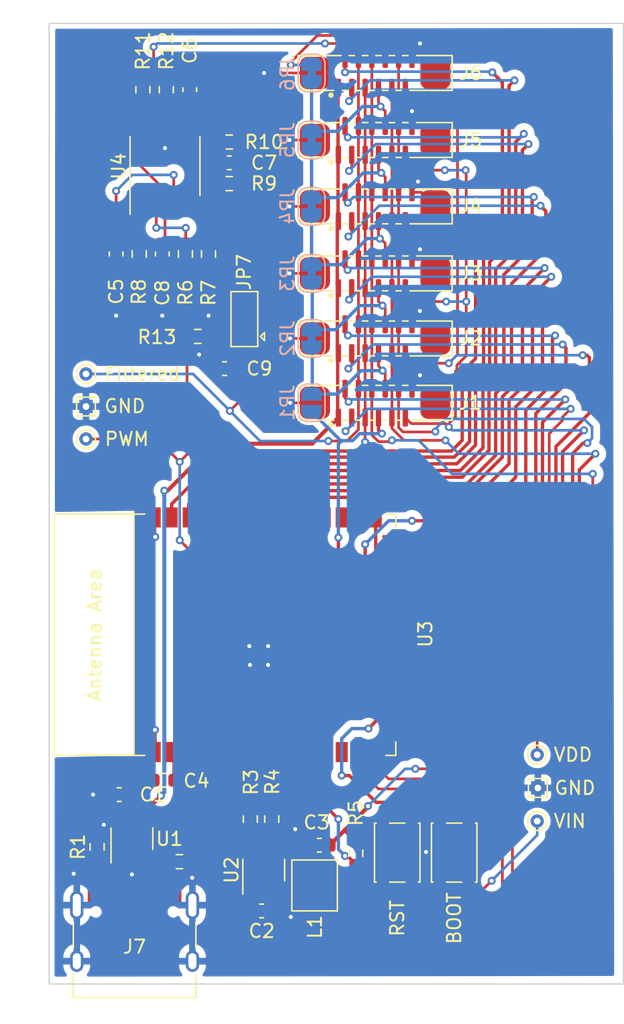
<source format=kicad_pcb>
(kicad_pcb (version 20221018) (generator pcbnew)
  (layers (0 "F.Cu" signal) (31 "B.Cu" signal) (34 "B.Paste" user) (35 "F.Paste" user) (36 "B.SilkS" user "B.Silkscreen") (37 "F.SilkS" user "F.Silkscreen") (38 "B.Mask" user) (39 "F.Mask" user) (44 "Edge.Cuts" user))
  (net 0 "")
  (net 1 "GND")
  (net 3 "/VIN")
  (net 4 "/VDD")
  (net 5 "/SDA1")
  (net 6 "/SCL1")
  (net 7 "/IN+")
  (net 8 "Net-(U4B-+)")
  (net 9 "/MOSI1")
  (net 10 "/MISO1")
  (net 11 "/SCLK")
  (net 12 "/SS")
  (net 13 "/POL1")
  (net 14 "/SDA2")
  (net 15 "/SCL2")
  (net 16 "/MISO2")
  (net 17 "/POL2")
  (net 18 "/SDA3")
  (net 19 "/SCL3")
  (net 20 "/MISO3")
  (net 21 "/SDA4")
  (net 22 "/SCL4")
  (net 23 "/MISO4")
  (net 24 "/SDA5")
  (net 25 "/SCL5")
  (net 26 "/MISO5")
  (net 27 "/SDA6")
  (net 28 "/SCL6")
  (net 29 "/MISO6")
  (net 30 "/D-")
  (net 31 "/D+")
  (net 33 "Net-(J7-CC1)")
  (net 34 "Net-(J7-CC2)")
  (net 35 "Net-(U2-FB)")
  (net 36 "Net-(U3-EN)")
  (net 37 "Net-(U2-SW)")
  (net 40 "Net-(U3-GPIO0{slash}BOOT)")
  (net 41 "/microcontroller/GPIO17")
  (net 42 "/microcontroller/GPIO11")
  (net 43 "/microcontroller/GPIO14")
  (net 47 "/microcontroller/GPIO38")
  (net 48 "/microcontroller/GPIO15")
  (net 49 "/microcontroller/GPIO16")
  (net 50 "/microcontroller/GPIO18")
  (net 51 "/microcontroller/GPIO8")
  (net 52 "/microcontroller/GPIO3")
  (net 53 "/microcontroller/GPIO46")
  (net 54 "Net-(U4C-+)")
  (net 55 "Net-(C7-Pad1)")
  (net 56 "/PWM_OUT")
  (net 57 "Net-(U4A-+)")
  (net 58 "Net-(U4A--)")
  (net 59 "Net-(U4B--)")
  (net 60 "Net-(U4D-+)")
  (net 61 "/microcontroller/GPIO4")
  (net 62 "Net-(U4D--)")
  (net 63 "Net-(JP7-B)")
  (net 64 "Net-(JP7-A)")
  (footprint "Resistor_SMD:R_0603_1608Metric" (layer "F.Cu") (at 39.075 63.1 90)
    (fp_text reference "R6")
    (fp_text value "12.4K")
  )
  (footprint "Button_Switch_SMD:SW_SPST_PTS810" (layer "F.Cu") (at 59.15 107.75 90)
    (fp_text reference "SW2" hide)
    (fp_text value "BOOT")
  )
  (footprint "Resistor_SMD:R_0603_1608Metric" (layer "F.Cu") (at 37.65 50.85 90)
    (fp_text reference "R12")
    (fp_text value "100K")
  )
  (footprint "Capacitor_SMD:C_0603_1608Metric" (layer "F.Cu") (at 42.35 56.3 180)
    (fp_text reference "C7")
    (fp_text value "0.047µF")
  )
  (footprint "PCM_Espressif:ESP32-S3-WROOM-1" (layer "F.Cu") (at 45.04 91.5 90)
    (fp_text reference "U3")
    (fp_text value "ESP32-S3-WROOM-1")
  )
  (footprint "Package_SO:TSSOP-14_4.4x5mm_P0.65mm" (layer "F.Cu") (at 37.55 56.55 90)
    (fp_text reference "U4")
    (fp_text value "LM324")
  )
  (footprint "Capacitor_SMD:C_0603_1608Metric" (layer "F.Cu") (at 39.4 50.85 -90)
    (fp_text reference "C6")
    (fp_text value "0.01µF")
  )
  (footprint "Resistor_SMD:R_0603_1608Metric" (layer "F.Cu") (at 32.48 107.325 90)
    (fp_text reference "R1")
    (fp_text value "5.1K" hide)
  )
  (footprint "Resistor_SMD:R_0603_1608Metric" (layer "F.Cu") (at 42.35 54.75 180)
    (fp_text reference "R10")
    (fp_text value "2.74K")
  )
  (footprint "Optacon_common:Jushuo_AFC11-S12I" (layer "F.Cu") (at 53.25 59.55)
    (fp_text reference "J4")
    (fp_text value "Conn_01x12_MountingPin" hide)
  )
  (footprint "TestPoint:TestPoint_THTPad_D1.0mm_Drill0.5mm" (layer "F.Cu") (at 65.35 105.4)
    (fp_text reference "TP4" hide)
    (fp_text value "TestPoint" hide)
  )
  (footprint "Resistor_SMD:R_0603_1608Metric" (layer "F.Cu") (at 35.9 50.85 -90)
    (fp_text reference "R11")
    (fp_text value "100K")
  )
  (footprint "Capacitor_SMD:C_0603_1608Metric" (layer "F.Cu") (at 34.13 103.425)
    (fp_text reference "C1")
    (fp_text value "C")
  )
  (footprint "Button_Switch_SMD:SW_SPST_PTS810" (layer "F.Cu") (at 54.9 107.75 -90)
    (fp_text reference "SW1" hide)
    (fp_text value "RST")
  )
  (footprint "Capacitor_SMD:C_0603_1608Metric" (layer "F.Cu") (at 37.35 63.1 -90)
    (fp_text reference "C8")
    (fp_text value "0.01µF")
  )
  (footprint "TestPoint:TestPoint_THTPad_1.0x1.0mm_Drill0.5mm" (layer "F.Cu") (at 65.4 102.925)
    (fp_text reference "TP5" hide)
    (fp_text value "TestPoint" hide)
  )
  (footprint "Resistor_SMD:R_0603_1608Metric" (layer "F.Cu") (at 35.625 63.1 -90)
    (fp_text reference "R8")
    (fp_text value "4.02K")
  )
  (footprint "Optacon_common:TDK_VLS_3012" (layer "F.Cu") (at 48.725 110.2)
    (fp_text reference "L1")
    (fp_text value "3.3µH" hide)
  )
  (footprint "Package_TO_SOT_SMD:SOT-23-5" (layer "F.Cu") (at 44.925 109.05 90)
    (fp_text reference "U2")
    (fp_text value "M3406-ADJ" hide)
  )
  (footprint "Capacitor_SMD:C_0603_1608Metric" (layer "F.Cu") (at 37.475 102.35 180)
    (fp_text reference "C4")
    (fp_text value "C" hide)
  )
  (footprint "Optacon_common:Jushuo_AFC11-S12I" (layer "F.Cu") (at 53.25 69.4)
    (fp_text reference "J2")
    (fp_text value "Conn_01x12_MountingPin" hide)
  )
  (footprint "Resistor_SMD:R_0603_1608Metric" (layer "F.Cu") (at 42.35 57.85)
    (fp_text reference "R9")
    (fp_text value "1.21K")
  )
  (footprint "Jumper:SolderJumper-3_P1.3mm_Bridged12_Pad1.0x1.5mm" (layer "F.Cu") (at 43.48 67.955 90)
    (fp_text reference "JP7")
    (fp_text value "SolderJumper_3_Bridged12")
  )
  (footprint "TestPoint:TestPoint_THTPad_1.0x1.0mm_Drill0.5mm" (layer "F.Cu") (at 31.65 74.475)
    (fp_text reference "TP3" hide)
    (fp_text value "TestPoint" hide)
  )
  (footprint "Package_TO_SOT_SMD:SOT-23-6" (layer "F.Cu") (at 35.08 106.7125 90)
    (fp_text reference "U1")
    (fp_text value "SRV05-4")
  )
  (footprint "Resistor_SMD:R_0603_1608Metric" (layer "F.Cu") (at 45.525 105.25 -90)
    (fp_text reference "R4")
    (fp_text value "6.98k" hide)
  )
  (footprint "Resistor_SMD:R_0603_1608Metric" (layer "F.Cu") (at 51.8 107.8 -90)
    (fp_text reference "R5")
    (fp_text value "R" hide)
  )
  (footprint "TestPoint:TestPoint_THTPad_D1.0mm_Drill0.5mm" (layer "F.Cu") (at 65.35 100.45)
    (fp_text reference "TP6" hide)
    (fp_text value "TestPoint" hide)
  )
  (footprint "Optacon_common:Jushuo_AFC11-S12I" (layer "F.Cu") (at 53.25 74.2)
    (fp_text reference "J1")
    (fp_text value "Conn_01x12_MountingPin" hide)
  )
  (footprint "Capacitor_SMD:C_0603_1608Metric" (layer "F.Cu") (at 33.9 63.1 -90)
    (fp_text reference "C5")
    (fp_text value "0.01µF")
  )
  (footprint "Capacitor_SMD:C_0603_1608Metric" (layer "F.Cu") (at 49.075 107.2 180)
    (fp_text reference "C3")
    (fp_text value "10µF" hide)
  )
  (footprint "TestPoint:TestPoint_THTPad_D1.0mm_Drill0.5mm" (layer "F.Cu") (at 31.65 72.05)
    (fp_text reference "TP2" hide)
    (fp_text value "TestPoint" hide)
  )
  (footprint "Resistor_SMD:R_0603_1608Metric" (layer "F.Cu") (at 40 69.25)
    (fp_text reference "R13")
    (fp_text value "390")
  )
  (footprint "Capacitor_SMD:C_0603_1608Metric" (layer "F.Cu") (at 42 71.65 180)
    (fp_text reference "C9")
    (fp_text value "0.1µF")
  )
  (footprint "Capacitor_SMD:C_0603_1608Metric" (layer "F.Cu") (at 44.775 112.1)
    (fp_text reference "C2")
    (fp_text value "4.7µF" hide)
  )
  (footprint "Connector_USB:USB_C_Receptacle_XKB_U262-16XN-4BVC11" (layer "F.Cu") (at 35.28 114.775)
    (fp_text reference "J7")
    (fp_text value "USB_C_Receptacle_USB2.0")
  )
  (footprint "Resistor_SMD:R_0603_1608Metric" (layer "F.Cu") (at 40.8 63.1 -90)
    (fp_text reference "R7")
    (fp_text value "6.19K")
  )
  (footprint "Resistor_SMD:R_0603_1608Metric" (layer "F.Cu") (at 43.925 105.25 90)
    (fp_text reference "R3")
    (fp_text value "31.6k" hide)
  )
  (footprint "Resistor_SMD:R_0603_1608Metric" (layer "F.Cu") (at 38.63 108.425)
    (fp_text reference "R2" hide)
    (fp_text value "5.1K")
  )
  (footprint "Optacon_common:Jushuo_AFC11-S12I" (layer "F.Cu") (at 53.25 54.6)
    (fp_text reference "J5")
    (fp_text value "Conn_01x12_MountingPin" hide)
  )
  (footprint "TestPoint:TestPoint_THTPad_D1.0mm_Drill0.5mm" (layer "F.Cu") (at 31.65 76.9)
    (fp_text reference "TP1" hide)
    (fp_text value "TestPoint" hide)
  )
  (footprint "Optacon_common:Jushuo_AFC11-S12I" (layer "F.Cu") (at 53.25 49.6)
    (fp_text reference "J6")
    (fp_text value "Conn_01x12_MountingPin" hide)
  )
  (footprint "Optacon_common:Jushuo_AFC11-S12I" (layer "F.Cu") (at 53.25 64.55)
    (fp_text reference "J3")
    (fp_text value "Conn_01x12_MountingPin" hide)
  )
  (footprint "Jumper:SolderJumper-2_P1.3mm_Bridged_RoundedPad1.0x1.5mm" (layer "B.Cu") (at 48.5 49.6 -90)
    (fp_text reference "JP6")
    (fp_text value "SolderJumper_2_Bridged" hide)
  )
  (footprint "Jumper:SolderJumper-2_P1.3mm_Bridged_RoundedPad1.0x1.5mm" (layer "B.Cu") (at 48.5 69.4 -90)
    (fp_text reference "JP2")
    (fp_text value "SolderJumper_2_Bridged" hide)
  )
  (footprint "Jumper:SolderJumper-2_P1.3mm_Bridged_RoundedPad1.0x1.5mm" (layer "B.Cu") (at 48.5 59.55 -90)
    (fp_text reference "JP4")
    (fp_text value "SolderJumper_2_Bridged" hide)
  )
  (footprint "Jumper:SolderJumper-2_P1.3mm_Open_RoundedPad1.0x1.5mm" (layer "B.Cu") (at 48.5 74.2 -90)
    (fp_text reference "JP1")
    (fp_text value "SolderJumper_2_Open" hide)
  )
  (footprint "Jumper:SolderJumper-2_P1.3mm_Bridged_RoundedPad1.0x1.5mm" (layer "B.Cu") (at 48.5 64.55 -90)
    (fp_text reference "JP3")
    (fp_text value "SolderJumper_2_Bridged" hide)
  )
  (footprint "Jumper:SolderJumper-2_P1.3mm_Bridged_RoundedPad1.0x1.5mm" (layer "B.Cu") (at 48.5 54.6 -90)
    (fp_text reference "JP5")
    (fp_text value "SolderJumper_2_Bridged" hide)
  )
  (gr_rect (start 28.9 45.9) (end 71.8 117.55) (stroke (width 0.1)) (fill none) (layer "Edge.Cuts"))
  (segment (start 36.75 84.13) (end 36.82 84.2) (width 0.3) (layer "F.Cu") (net 1))
  (segment (start 31.93 110.525) (end 30.73 109.325) (width 0.2) (layer "F.Cu") (net 1))
  (segment (start 56.025 109.825) (end 55.975 109.875) (width 0.2) (layer "F.Cu") (net 1))
  (segment (start 32.48 106.175) (end 32.98 105.675) (width 0.2) (layer "F.Cu") (net 1))
  (segment (start 48.75 59.55) (end 46.84999 59.55) (width 0.2) (layer "F.Cu") (net 1))
  (segment (start 45.55 112.1) (end 46 112.55) (width 0.2) (layer "F.Cu") (net 1))
  (segment (start 37.55 53.6875) (end 37.55 55.2) (width 0.2) (layer "F.Cu") (net 1))
  (segment (start 56 48.55) (end 56 48) (width 0.2) (layer "F.Cu") (net 1))
  (segment (start 56 58.15) (end 56.45 57.7) (width 0.2) (layer "F.Cu") (net 1))
  (segment (start 52.5 77.1245) (end 52.5 75.3) (width 0.2) (layer "F.Cu") (net 1))
  (segment (start 57.05 107.7) (end 58.075 106.675) (width 0.2) (layer "F.Cu") (net 1))
  (segment (start 44.55 93.05) (end 45.25 92.35) (width 0.2) (layer "F.Cu") (net 1))
  (segment (start 56.6 62.9) (end 56.6 62.75) (width 0.2) (layer "F.Cu") (net 1))
  (segment (start 52.5 55.7) (end 52.5 50.7) (width 0.2) (layer "F.Cu") (net 1))
  (segment (start 48.75 74.2) (end 46.899998 74.2) (width 0.2) (layer "F.Cu") (net 1))
  (segment (start 55.975 106.625) (end 55.975 105.675) (width 0.2) (layer "F.Cu") (net 1))
  (segment (start 58.075 108.725) (end 57.05 107.7) (width 0.2) (layer "F.Cu") (net 1))
  (segment (start 47.1 106) (end 45.525 104.425) (width 0.2) (layer "F.Cu") (net 1))
  (segment (start 33.9 63.875) (end 33.9 67.7) (width 0.2) (layer "F.Cu") (net 1))
  (segment (start 52.5 70.5) (end 52.5 65.65) (width 0.2) (layer "F.Cu") (net 1))
  (segment (start 48.75 69.4) (end 46.9 69.4) (width 0.2) (layer "F.Cu") (net 1))
  (segment (start 35.08 109.374992) (end 35.079992 109.375) (width 0.2) (layer "F.Cu") (net 1))
  (segment (start 38.63 110.575) (end 39.23 109.975) (width 0.2) (layer "F.Cu") (net 1))
  (segment (start 45.95 93.05) (end 44.55 93.05) (width 0.2) (layer "F.Cu") (net 1))
  (segment (start 56 53.55) (end 56.7 53.55) (width 0.2) (layer "F.Cu") (net 1))
  (segment (start 32.48 106.5) (end 32.48 106.175) (width 0.2) (layer "F.Cu") (net 1))
  (segment (start 31.93 111.105) (end 31.93 110.525) (width 0.2) (layer "F.Cu") (net 1))
  (segment (start 56.7 73.15) (end 57.75 74.2) (width 0.2) (layer "F.Cu") (net 1))
  (segment (start 44.925 110.1875) (end 44.925 111.475) (width 0.2) (layer "F.Cu") (net 1))
  (segment (start 39.35 50.025) (end 39.4 50.075) (width 0.2) (layer "F.Cu") (net 1))
  (segment (start 43.9 93.75) (end 43.9 93.7) (width 0.2) (layer "F.Cu") (net 1))
  (segment (start 56 63.5) (end 56.6 62.9) (width 0.2) (layer "F.Cu") (net 1))
  (segment (start 48.75 49.6) (end 44.95 49.6) (width 0.2) (layer "F.Cu") (net 1))
  (segment (start 56 68.35) (end 56 67.939572) (width 0.2) (layer "F.Cu") (net 1))
  (segment (start 56 48.55) (end 56.7 48.55) (width 0.2) (layer "F.Cu") (net 1))
  (segment (start 56 67.939572) (end 56.589572 67.35) (width 0.2) (layer "F.Cu") (net 1))
  (segment (start 46 112.55) (end 46.95 112.55) (width 0.2) (layer "F.Cu") (net 1))
  (segment (start 39.455 109.75) (end 39.455 108.425) (width 0.2) (layer "F.Cu") (net 1))
  (segment (start 48.75 64.55) (end 46.849994 64.55) (width 0.2) (layer "F.Cu") (net 1))
  (segment (start 57.05 107.7) (end 55.975 108.775) (width 0.2) (layer "F.Cu") (net 1))
  (segment (start 41.225 71.65) (end 41.15 71.65) (width 0.2) (layer "F.Cu") (net 1))
  (segment (start 57.05 107.7) (end 55.975 106.625) (width 0.2) (layer "F.Cu") (net 1))
  (segment (start 36.75 82.75) (end 36.75 84.13) (width 0.3) (layer "F.Cu") (net 1))
  (segment (start 39.23 109.975) (end 39.58 109.625) (width 0.2) (layer "F.Cu") (net 1))
  (segment (start 41.15 71.65) (end 40.1 70.6) (width 0.2) (layer "F.Cu") (net 1))
  (segment (start 58.075 109.825) (end 56.025 109.825) (width 0.2) (layer "F.Cu") (net 1))
  (segment (start 56 68.35) (end 56.7 68.35) (width 0.2) (layer "F.Cu") (net 1))
  (segment (start 48.3 107.025) (end 47.275 106) (width 0.2) (layer "F.Cu") (net 1))
  (segment (start 39.4 50.075) (end 39.875 49.6) (width 0.2) (layer "F.Cu") (net 1))
  (segment (start 36.7 102.35) (end 36.705 102.345) (width 0.3) (layer "F.Cu") (net 1))
  (segment (start 56 73.15) (end 56.7 73.15) (width 0.2) (layer "F.Cu") (net 1))
  (segment (start 35.08 107.85) (end 35.08 109.374992) (width 0.2) (layer "F.Cu") (net 1))
  (segment (start 56 53.55) (end 56 52.45) (width 0.2) (layer "F.Cu") (net 1))
  (segment (start 36.78 100.25) (end 36.78 98.62) (width 0.3) (layer "F.Cu") (net 1))
  (segment (start 44.55 93.05) (end 45.25 93.75) (width 0.2) (layer "F.Cu") (net 1))
  (segment (start 56 73.15) (end 56 72.75) (width 0.2) (layer "F.Cu") (net 1))
  (segment (start 58.075 109.825) (end 58.075 108.725) (width 0.2) (layer "F.Cu") (net 1))
  (segment (start 56.7 58.5) (end 57.75 59.55) (width 0.2) (layer "F.Cu") (net 1))
  (segment (start 44.6 94.4) (end 46 94.4) (width 0.2) (layer "F.Cu") (net 1))
  (segment (start 52.5 60.65) (end 52.5 55.7) (width 0.2) (layer "F.Cu") (net 1))
  (segment (start 56.7 68.35) (end 57.75 69.4) (width 0.2) (layer "F.Cu") (net 1))
  (segment (start 58.075 106.675) (end 58.075 105.675) (width 0.2) (layer "F.Cu") (net 1))
  (segment (start 43.15 93.05) (end 43.15 91.65) (width 0.2) (layer "F.Cu") (net 1))
  (segment (start 44.925 111.475) (end 45.55 112.1) (width 0.2) (layer "F.Cu") (net 1))
  (segment (start 56.025 105.675) (end 55.975 105.725) (width 0.2) (layer "F.Cu") (net 1))
  (segment (start 44.6 94.4) (end 43.2 94.4) (width 0.2) (layer "F.Cu") (net 1))
  (segment (start 52.5 75.3) (end 52.5 70.5) (width 0.2) (layer "F.Cu") (net 1))
  (segment (start 33.355 103.425) (end 32.18 103.425) (width 0.2) (layer "F.Cu") (net 1))
  (segment (start 56.7 53.55) (end 57.75 54.6) (width 0.2) (layer "F.Cu") (net 1))
  (segment (start 43.15 91.65) (end 44.55 91.65) (width 0.2) (layer "F.Cu") (net 1))
  (segment (start 39.875 49.6) (end 44.95 49.6) (width 0.2) (layer "F.Cu") (net 1))
  (segment (start 56 58.5) (end 56.7 58.5) (width 0.2) (layer "F.Cu") (net 1))
  (segment (start 45.95 91.65) (end 44.55 91.65) (width 0.2) (layer "F.Cu") (net 1))
  (segment (start 45.95 93.05) (end 45.95 91.65) (width 0.2) (layer "F.Cu") (net 1))
  (segment (start 56 72.75) (end 56.6 72.15) (width 0.2) (layer "F.Cu") (net 1))
  (segment (start 39.23 109.975) (end 39.455 109.75) (width 0.2) (layer "F.Cu") (net 1))
  (segment (start 56 58.5) (end 56 58.15) (width 0.2) (layer "F.Cu") (net 1))
  (segment (start 58.075 105.675) (end 56.025 105.675) (width 0.2) (layer "F.Cu") (net 1))
  (segment (start 48.3 107.2) (end 48.3 107.025) (width 0.2) (layer "F.Cu") (net 1))
  (segment (start 36.78 98.62) (end 36.8 98.6) (width 0.2) (layer "F.Cu") (net 1))
  (segment (start 44.55 93.05) (end 43.15 93.05) (width 0.2) (layer "F.Cu") (net 1))
  (segment (start 56.7 63.5) (end 57.75 64.55) (width 0.2) (layer "F.Cu") (net 1))
  (segment (start 36.705 102.345) (end 36.705 100.62) (width 0.3) (layer "F.Cu") (net 1))
  (segment (start 44.55 93.05) (end 44.55 94.45) (width 0.2) (layer "F.Cu") (net 1))
  (segment (start 40.8 63.925) (end 40.8 67.7) (width 0.2) (layer "F.Cu") (net 1))
  (segment (start 44.55 91.65) (end 44.55 93.05) (width 0.2) (layer "F.Cu") (net 1))
  (segment (start 45.95 94.45) (end 45.95 93.05) (width 0.2) (layer "F.Cu") (net 1))
  (segment (start 56 48) (end 56.6 47.4) (width 0.2) (layer "F.Cu") (net 1))
  (segment (start 43.9 93.7) (end 44.55 93.05) (width 0.2) (layer "F.Cu") (net 1))
  (segment (start 56 63.5) (end 56.7 63.5) (width 0.2) (layer "F.Cu") (net 1))
  (segment (start 43.15 94.45) (end 43.15 93.05) (width 0.2) (layer "F.Cu") (net 1))
  (segment (start 37.6 50.025) (end 39.35 50.025) (width 0.2) (layer "F.Cu") (net 1))
  (segment (start 47.275 106) (end 47.1 106) (width 0.2) (layer "F.Cu") (net 1))
  (segment (start 52.5 65.65) (end 52.5 60.65) (width 0.2) (layer "F.Cu") (net 1))
  (segment (start 37.35 63.875) (end 37.35 67.7) (width 0.2) (layer "F.Cu") (net 1))
  (segment (start 55.975 108.775) (end 55.975 109.825) (width 0.2) (layer "F.Cu") (net 1))
  (segment (start 44.55 93.05) (end 43.85 92.35) (width 0.2) (layer "F.Cu") (net 1))
  (segment (start 56.7 48.55) (end 57.75 49.6) (width 0.2) (layer "F.Cu") (net 1))
  (segment (start 48.75 54.6) (end 46.850002 54.6) (width 0.2) (layer "F.Cu") (net 1))
  (segment (start 38.63 111.105) (end 38.63 110.575) (width 0.2) (layer "F.Cu") (net 1))
  (via (at 57.05 107.7) (size 0.6) (drill 0.3) (layers "F.Cu" "B.Cu") (net 1))
  (via (at 46.849994 64.55) (size 0.6) (drill 0.3) (layers "F.Cu" "B.Cu") (net 1))
  (via (at 43.9 93.75) (size 0.6) (drill 0.3) (layers "F.Cu" "B.Cu") (net 1))
  (via (at 32.18 103.425) (size 0.6) (drill 0.3) (layers "F.Cu" "B.Cu") (net 1))
  (via (at 47.275 106) (size 0.6) (drill 0.3) (layers "F.Cu" "B.Cu") (net 1))
  (via (at 36.8 98.6) (size 0.6) (drill 0.3) (layers "F.Cu" "B.Cu") (net 1))
  (via (at 46.850002 54.6) (size 0.6) (drill 0.3) (layers "F.Cu" "B.Cu") (net 1))
  (via (at 40.8 67.7) (size 0.6) (drill 0.3) (layers "F.Cu" "B.Cu") (net 1))
  (via (at 56.6 47.4) (size 0.6) (drill 0.3) (layers "F.Cu" "B.Cu") (net 1))
  (via (at 33.9 67.7) (size 0.6) (drill 0.3) (layers "F.Cu" "B.Cu") (net 1))
  (via (at 46.84999 59.55) (size 0.6) (drill 0.3) (layers "F.Cu" "B.Cu") (net 1))
  (via (at 56.6 62.75) (size 0.6) (drill 0.3) (layers "F.Cu" "B.Cu") (net 1))
  (via (at 40.1 70.6) (size 0.6) (drill 0.3) (layers "F.Cu" "B.Cu") (net 1))
  (via (at 45.25 92.35) (size 0.6) (drill 0.3) (layers "F.Cu" "B.Cu") (net 1))
  (via (at 39.58 109.625) (size 0.6) (drill 0.3) (layers "F.Cu" "B.Cu") (net 1))
  (via (at 46.899998 74.2) (size 0.6) (drill 0.3) (layers "F.Cu" "B.Cu") (net 1))
  (via (at 46.9 69.4) (size 0.6) (drill 0.3) (layers "F.Cu" "B.Cu") (net 1))
  (via (at 56.589572 67.35) (size 0.6) (drill 0.3) (layers "F.Cu" "B.Cu") (net 1))
  (via (at 36.82 84.2) (size 0.6) (drill 0.3) (layers "F.Cu" "B.Cu") (net 1))
  (via (at 32.98 105.675) (size 0.6) (drill 0.3) (layers "F.Cu" "B.Cu") (net 1))
  (via (at 44.95 49.6) (size 0.6) (drill 0.3) (layers "F.Cu" "B.Cu") (net 1))
  (via (at 56 52.45) (size 0.6) (drill 0.3) (layers "F.Cu" "B.Cu") (net 1))
  (via (at 30.73 109.325) (size 0.6) (drill 0.3) (layers "F.Cu" "B.Cu") (net 1))
  (via (at 56.45 57.7) (size 0.6) (drill 0.3) (layers "F.Cu" "B.Cu") (net 1))
  (via (at 56.6 72.15) (size 0.6) (drill 0.3) (layers "F.Cu" "B.Cu") (net 1))
  (via (at 37.35 67.7) (size 0.6) (drill 0.3) (layers "F.Cu" "B.Cu") (net 1))
  (via (at 37.55 55.2) (size 0.6) (drill 0.3) (layers "F.Cu" "B.Cu") (net 1))
  (via (at 45.25 93.75) (size 0.6) (drill 0.3) (layers "F.Cu" "B.Cu") (net 1))
  (via (at 46.95 112.55) (size 0.6) (drill 0.3) (layers "F.Cu" "B.Cu") (net 1))
  (via (at 43.85 92.35) (size 0.6) (drill 0.3) (layers "F.Cu" "B.Cu") (net 1))
  (via (at 52.5 77.1245) (size 0.6) (drill 0.3) (layers "F.Cu" "B.Cu") (net 1))
  (via (at 35.079992 109.375) (size 0.6) (drill 0.3) (layers "F.Cu" "B.Cu") (net 1))
  (segment (start 37.53 111.88) (end 37.35 112.06) (width 0.3) (layer "F.Cu") (net 3))
  (segment (start 50.5 70.5) (end 50.425 70.425) (width 0.25) (layer "F.Cu") (net 3))
  (segment (start 57.9 113.9) (end 61.95 109.85) (width 0.2) (layer "F.Cu") (net 3))
  (segment (start 43.975 109.8125) (end 43.975 110.1875) (width 0.2) (layer "F.Cu") (net 3))
  (segment (start 50.418618 60.731382) (end 50.5 60.65) (width 0.25) (layer "F.Cu") (net 3))
  (segment (start 44 112.1) (end 44 110.2125) (width 0.3) (layer "F.Cu") (net 3))
  (segment (start 37.75 105.5) (end 39.636396 105.5) (width 0.3) (layer "F.Cu") (net 3))
  (segment (start 37.75 80.75) (end 37.5 80.75) (width 0.3) (layer "F.Cu") (net 3))
  (segment (start 33.03 111.105) (end 33.03 110.064339) (width 0.3) (layer "F.Cu") (net 3))
  (segment (start 33.03 111.83) (end 33.63 112.43) (width 0.3) (layer "F.Cu") (net 3))
  (segment (start 48.55 77.25) (end 41.25 77.25) (width 0.3) (layer "F.Cu") (net 3))
  (segment (start 41.25 77.25) (end 37.75 80.75) (width 0.3) (layer "F.Cu") (net 3))
  (segment (start 50.475 55.675) (end 50.475 50.725) (width 0.25) (layer "F.Cu") (net 3))
  (segment (start 34.905 103.425) (end 35.675 103.425) (width 0.3) (layer "F.Cu") (net 3))
  (segment (start 50.5 65.65) (end 50.418618 65.568618) (width 0.25) (layer "F.Cu") (net 3))
  (segment (start 50.45 75.25) (end 50.45 70.55) (width 0.25) (layer "F.Cu") (net 3))
  (segment (start 34.905 105.4) (end 35.08 105.575) (width 0.3) (layer "F.Cu") (net 3))
  (segment (start 33.03 111.105) (end 33.03 111.83) (width 0.3) (layer "F.Cu") (net 3))
  (segment (start 33.03 110.064339) (end 31.655 108.689339) (width 0.3) (layer "F.Cu") (net 3))
  (segment (start 37.53 111.105) (end 37.53 111.88) (width 0.3) (layer "F.Cu") (net 3))
  (segment (start 50.418618 65.568618) (end 50.418618 60.731382) (width 0.25) (layer "F.Cu") (net 3))
  (segment (start 45.875 107.9125) (end 43.975 109.8125) (width 0.2) (layer "F.Cu") (net 3))
  (segment (start 34.905 104.475) (end 34.905 103.425) (width 0.3) (layer "F.Cu") (net 3))
  (segment (start 50.475 60.625) (end 50.475 55.725) (width 0.25) (layer "F.Cu") (net 3))
  (segment (start 50.5 75.3) (end 50.45 75.25) (width 0.25) (layer "F.Cu") (net 3))
  (segment (start 50.5 60.65) (end 50.475 60.625) (width 0.25) (layer "F.Cu") (net 3))
  (segment (start 35.675 103.425) (end 36.5 104.25) (width 0.3) (layer "F.Cu") (net 3))
  (segment (start 31.655 106.05) (end 33.23 104.475) (width 0.3) (layer "F.Cu") (net 3))
  (segment (start 50.5 75.3) (end 48.55 77.25) (width 0.3) (layer "F.Cu") (net 3))
  (segment (start 44 112.1) (end 45.8 113.9) (width 0.2) (layer "F.Cu") (net 3))
  (segment (start 33.63 112.43) (end 36.975 112.43) (width 0.3) (layer "F.Cu") (net 3))
  (segment (start 37.25 103.5) (end 36.5 104.25) (width 0.3) (layer "F.Cu") (net 3))
  (segment (start 36.975 112.43) (end 37.345 112.06) (width 0.3) (layer "F.Cu") (net 3))
  (segment (start 50.45 70.55) (end 50.5 70.5) (width 0.25) (layer "F.Cu") (net 3))
  (segment (start 50.425 70.425) (end 50.425 65.725) (width 0.25) (layer "F.Cu") (net 3))
  (segment (start 50.475 50.725) (end 50.5 50.7) (width 0.25) (layer "F.Cu") (net 3))
  (segment (start 45.8 113.9) (end 57.9 113.9) (width 0.2) (layer "F.Cu") (net 3))
  (segment (start 33.23 104.475) (end 34.905 104.475) (width 0.3) (layer "F.Cu") (net 3))
  (segment (start 43.975 109.838604) (end 43.975 110.1875) (width 0.3) (layer "F.Cu") (net 3))
  (segment (start 37.35 112.06) (end 37.345 112.06) (width 0.2) (layer "F.Cu") (net 3))
  (segment (start 50.425 65.725) (end 50.5 65.65) (width 0.25) (layer "F.Cu") (net 3))
  (segment (start 50.5 55.7) (end 50.475 55.675) (width 0.25) (layer "F.Cu") (net 3))
  (segment (start 50.475 55.725) (end 50.5 55.7) (width 0.25) (layer "F.Cu") (net 3))
  (segment (start 44 110.2125) (end 43.975 110.1875) (width 0.2) (layer "F.Cu") (net 3))
  (segment (start 36.5 104.25) (end 37.75 105.5) (width 0.3) (layer "F.Cu") (net 3))
  (segment (start 31.655 108.689339) (end 31.655 106.05) (width 0.3) (layer "F.Cu") (net 3))
  (segment (start 34.905 104.475) (end 34.905 105.4) (width 0.3) (layer "F.Cu") (net 3))
  (segment (start 39.636396 105.5) (end 43.975 109.838604) (width 0.3) (layer "F.Cu") (net 3))
  (via (at 61.95 109.85) (size 0.6) (drill 0.3) (layers "F.Cu" "B.Cu") (net 3))
  (via (at 37.5 80.75) (size 0.6) (drill 0.3) (layers "F.Cu" "B.Cu") (net 3))
  (via (at 37.25 103.5) (size 0.6) (drill 0.3) (layers "F.Cu" "B.Cu") (net 3))
  (segment (start 37.5 80.75) (end 37.5 103.25) (width 0.3) (layer "B.Cu") (net 3))
  (segment (start 61.95 109.85) (end 65.35 106.45) (width 0.2) (layer "B.Cu") (net 3))
  (segment (start 65.35 106.45) (end 65.35 105.4) (width 0.2) (layer "B.Cu") (net 3))
  (segment (start 37.5 103.25) (end 37.25 103.5) (width 0.3) (layer "B.Cu") (net 3))
  (segment (start 49.775 110.2) (end 49.775 107.275) (width 0.3) (layer "F.Cu") (net 4))
  (segment (start 53 68.35) (end 53 73.15) (width 0.2) (layer "F.Cu") (net 4))
  (segment (start 38.25 102.35) (end 38.25 100.895) (width 0.3) (layer "F.Cu") (net 4))
  (segment (start 53.501471 77.1) (end 53 76.598529) (width 0.2) (layer "F.Cu") (net 4))
  (segment (start 51.8 106.975) (end 50.95 106.125) (width 0.2) (layer "F.Cu") (net 4))
  (segment (start 38.25 102.35) (end 40.325 104.425) (width 0.3) (layer "F.Cu") (net 4))
  (segment (start 49.85 106.95) (end 49.85 107.2) (width 0.3) (layer "F.Cu") (net 4))
  (segment (start 35.9 50.025) (end 36.700004 49.224996) (width 0.2) (layer "F.Cu") (net 4))
  (segment (start 65.35 100.45) (end 65.35 98.7) (width 0.2) (layer "F.Cu") (net 4))
  (segment (start 53 48.309315) (end 53 48.55) (width 0.2) (layer "F.Cu") (net 4))
  (segment (start 40.325 104.425) (end 43.925 104.425) (width 0.3) (layer "F.Cu") (net 4))
  (segment (start 53 53.55) (end 53 58.5) (width 0.2) (layer "F.Cu") (net 4))
  (segment (start 46.6 103.55) (end 49.85 106.8) (width 0.3) (layer "F.Cu") (net 4))
  (segment (start 54.4 77.1) (end 53.501471 77.1) (width 0.2) (layer "F.Cu") (net 4))
  (segment (start 69.5 90.85104) (end 63.52552 96.82552) (width 0.2) (layer "F.Cu") (net 4))
  (segment (start 65.35 98.7) (end 63.52552 96.87552) (width 0.2) (layer "F.Cu") (net 4))
  (segment (start 53 63.5) (end 53 68.35) (width 0.2) (layer "F.Cu") (net 4))
  (segment (start 52.090685 47.4) (end 53 48.309315) (width 0.2) (layer "F.Cu") (net 4))
  (segment (start 37.55 58.35) (end 37.55 59.4125) (width 0.2) (layer "F.Cu") (net 4))
  (segment (start 63.52552 96.82552) (end 58.85104 101.5) (width 0.2) (layer "F.Cu") (net 4))
  (segment (start 50.95 106.125) (end 50.925 106.125) (width 0.2) (layer "F.Cu") (net 4))
  (segment (start 49.775 107.275) (end 49.85 107.2) (width 0.3) (layer "F.Cu") (net 4))
  (segment (start 43.925 104.425) (end 44.8 103.55) (width 0.3) (layer "F.Cu") (net 4))
  (segment (start 54.5 77) (end 54.4 77.1) (width 0.2) (layer "F.Cu") (net 4))
  (segment (start 38.25 100.895) (end 37.975 100.62) (width 0.3) (layer "F.Cu") (net 4))
  (segment (start 58.85104 101.5) (end 56.25 101.5) (width 0.2) (layer "F.Cu") (net 4))
  (segment (start 37.55 59.4125) (end 37.55 62.175) (width 0.2) (layer "F.Cu") (net 4))
  (segment (start 50.925 106.125) (end 49.85 107.2) (width 0.3) (layer "F.Cu") (net 4))
  (segment (start 36.700004 49.224996) (end 36.700004 47.65) (width 0.2) (layer "F.Cu") (net 4))
  (segment (start 49.5 47.4) (end 52.090685 47.4) (width 0.2) (layer "F.Cu") (net 4))
  (segment (start 52.85 104.2) (end 50.925 106.125) (width 0.3) (layer "F.Cu") (net 4))
  (segment (start 44.8 103.55) (end 46.6 103.55) (width 0.3) (layer "F.Cu") (net 4))
  (segment (start 35.9 50.025) (end 34.975 50.95) (width 0.2) (layer "F.Cu") (net 4))
  (segment (start 53 76.598529) (end 53 73.15) (width 0.2) (layer "F.Cu") (net 4))
  (segment (start 49.85 106.8) (end 49.85 107.2) (width 0.3) (layer "F.Cu") (net 4))
  (segment (start 53 58.5) (end 53 63.5) (width 0.2) (layer "F.Cu") (net 4))
  (segment (start 53 48.55) (end 53 53.55) (width 0.2) (layer "F.Cu") (net 4))
  (segment (start 69.5 79.5) (end 69.5 90.85104) (width 0.2) (layer "F.Cu") (net 4))
  (segment (start 34.975 55.775) (end 37.55 58.35) (width 0.2) (layer "F.Cu") (net 4))
  (segment (start 34.975 50.95) (end 34.975 55.775) (width 0.2) (layer "F.Cu") (net 4))
  (via (at 49.5 47.4) (size 0.6) (drill 0.3) (layers "F.Cu" "B.Cu") (net 4))
  (via (at 52.71456 104.275985) (size 0.6) (drill 0.3) (layers "F.Cu" "B.Cu") (net 4))
  (via (at 54.5 77) (size 0.6) (drill 0.3) (layers "F.Cu" "B.Cu") (net 4))
  (via (at 36.700004 47.65) (size 0.6) (drill 0.3) (layers "F.Cu" "B.Cu") (net 4))
  (via (at 69.5 79.5) (size 0.6) (drill 0.3) (layers "F.Cu" "B.Cu") (net 4))
  (via (at 56.25 101.5) (size 0.6) (drill 0.3) (layers "F.Cu" "B.Cu") (net 4))
  (segment (start 54.5 77) (end 56.5 77) (width 0.2) (layer "B.Cu") (net 4))
  (segment (start 55.490545 101.5) (end 52.71456 104.275985) (width 0.2) (layer "B.Cu") (net 4))
  (segment (start 59 79.5) (end 69.5 79.5) (width 0.2) (layer "B.Cu") (net 4))
  (segment (start 56.5 77) (end 58.25 78.75) (width 0.2) (layer "B.Cu") (net 4))
  (segment (start 49.5 47.4) (end 36.950004 47.4) (width 0.2) (layer "B.Cu") (net 4))
  (segment (start 58.25 78.75) (end 59 79.5) (width 0.2) (layer "B.Cu") (net 4))
  (segment (start 36.950004 47.4) (end 36.700004 47.65) (width 0.2) (layer "B.Cu") (net 4))
  (segment (start 56.25 101.5) (end 55.490545 101.5) (width 0.2) (layer "B.Cu") (net 4))
  (segment (start 65.75 84) (end 65.75 75.65) (width 0.25) (layer "F.Cu") (net 5))
  (segment (start 51 73.856959) (end 51.263463 74.120422) (width 0.2) (layer "F.Cu") (net 5))
  (segment (start 54.54 87.055) (end 62.695 87.055) (width 0.25) (layer "F.Cu") (net 5))
  (segment (start 65.75 75.65) (end 67.45 73.95) (width 0.25) (layer "F.Cu") (net 5))
  (segment (start 62.695 87.055) (end 65.75 84) (width 0.25) (layer "F.Cu") (net 5))
  (segment (start 51 73.15) (end 51 73.856959) (width 0.2) (layer "F.Cu") (net 5))
  (via (at 67.45 73.95) (size 0.6) (drill 0.3) (layers "F.Cu" "B.Cu") (net 5))
  (via (at 51.263463 74.120422) (size 0.6) (drill 0.3) (layers "F.Cu" "B.Cu") (net 5))
  (segment (start 51.433885 73.95) (end 67.45 73.95) (width 0.2) (layer "B.Cu") (net 5))
  (segment (start 51.263463 74.120422) (end 51.433885 73.95) (width 0.2) (layer "B.Cu") (net 5))
  (segment (start 67.25 75.25) (end 67.25 75.5) (width 0.2) (layer "F.Cu") (net 6))
  (segment (start 66.25 76.5) (end 66.25 86) (width 0.2) (layer "F.Cu") (net 6))
  (segment (start 66.25 86) (end 63.925 88.325) (width 0.2) (layer "F.Cu") (net 6))
  (segment (start 63.925 88.325) (end 54.54 88.325) (width 0.2) (layer "F.Cu") (net 6))
  (segment (start 67.85 74.65) (end 67.25 75.25) (width 0.2) (layer "F.Cu") (net 6))
  (segment (start 51.5 75.3) (end 51.5 75.851471) (width 0.2) (layer "F.Cu") (net 6))
  (segment (start 51.5 75.851471) (end 51.034375 76.317096) (width 0.2) (layer "F.Cu") (net 6))
  (segment (start 67.25 75.5) (end 66.25 76.5) (width 0.2) (layer "F.Cu") (net 6))
  (via (at 67.85 74.65) (size 0.6) (drill 0.3) (layers "F.Cu" "B.Cu") (net 6))
  (via (at 51.034375 76.317096) (size 0.6) (drill 0.3) (layers "F.Cu" "B.Cu") (net 6))
  (segment (start 67.85 74.65) (end 52.701471 74.65) (width 0.2) (layer "B.Cu") (net 6))
  (segment (start 52.701471 74.65) (end 51.034375 76.317096) (width 0.2) (layer "B.Cu") (net 6))
  (segment (start 51.15 77.05) (end 49.75 77.05) (width 0.2) (layer "F.Cu") (net 7))
  (segment (start 52 53.55) (end 52 58.5) (width 0.2) (layer "F.Cu") (net 7))
  (segment (start 52 48.55) (end 52 53.55) (width 0.2) (layer "F.Cu") (net 7))
  (segment (start 52 58.5) (end 52 63.5) (width 0.2) (layer "F.Cu") (net 7))
  (segment (start 52 73.15) (end 52 76.2) (width 0.2) (layer "F.Cu") (net 7))
  (segment (start 43.48 67.955) (end 44.43 67.955) (width 0.2) (layer "F.Cu") (net 7))
  (segment (start 52 76.2) (end 51.15 77.05) (width 0.2) (layer "F.Cu") (net 7))
  (segment (start 44.65 72.55) (end 42.4 74.8) (width 0.2) (layer "F.Cu") (net 7))
  (segment (start 44.43 67.955) (end 44.65 68.175) (width 0.2) (layer "F.Cu") (net 7))
  (segment (start 44.65 68.175) (end 44.65 72.55) (width 0.2) (layer "F.Cu") (net 7))
  (segment (start 52 63.5) (end 52 68.35) (width 0.2) (layer "F.Cu") (net 7))
  (segment (start 52 68.35) (end 52 73.15) (width 0.2) (layer "F.Cu") (net 7))
  (via (at 49.75 77.05) (size 0.6) (drill 0.3) (layers "F.Cu" "B.Cu") (net 7))
  (via (at 42.4 74.8) (size 0.6) (drill 0.3) (layers "F.Cu" "B.Cu") (net 7))
  (segment (start 42.4 74.8) (end 39.65 72.05) (width 0.2) (layer "B.Cu") (net 7))
  (segment (start 39.65 72.05) (end 31.65 72.05) (width 0.2) (layer "B.Cu") (net 7))
  (segment (start 49.75 77.05) (end 44.65 77.05) (width 0.2) (layer "B.Cu") (net 7))
  (segment (start 44.65 77.05) (end 42.4 74.8) (width 0.2) (layer "B.Cu") (net 7))
  (segment (start 38.2 57.2) (end 38.2 59.4125) (width 0.2) (layer "F.Cu") (net 8))
  (segment (start 34.35 62.325) (end 35.85 63.825) (width 0.2) (layer "F.Cu") (net 8))
  (segment (start 33.9 62.325) (end 34.35 62.325) (width 0.2) (layer "F.Cu") (net 8))
  (segment (start 33.9 62.325) (end 33.9 58.4) (width 0.2) (layer "F.Cu") (net 8))
  (via (at 33.9 58.4) (size 0.6) (drill 0.3) (layers "F.Cu" "B.Cu") (net 8))
  (via (at 38.2 57.2) (size 0.6) (drill 0.3) (layers "F.Cu" "B.Cu") (net 8))
  (segment (start 33.9 58.4) (end 35.1 57.2) (width 0.2) (layer "B.Cu") (net 8))
  (segment (start 35.1 57.2) (end 38.2 57.2) (width 0.2) (layer "B.Cu") (net 8))
  (segment (start 43.13 99.25) (end 45.88 96.5) (width 0.25) (layer "F.Cu") (net 9))
  (segment (start 43.13 100.25) (end 43.13 99.25) (width 0.25) (layer "F.Cu") (net 9))
  (segment (start 49.5 96.5) (end 50.5 95.5) (width 0.25) (layer "F.Cu") (net 9))
  (segment (start 50.5 95.5) (end 50.5 84.25) (width 0.25) (layer "F.Cu") (net 9))
  (segment (start 45.88 96.5) (end 49.5 96.5) (width 0.25) (layer "F.Cu") (net 9))
  (segment (start 53.75 76.5) (end 53.5 76.25) (width 0.25) (layer "F.Cu") (net 9))
  (segment (start 53.5 76.25) (end 53.5 75.3) (width 0.25) (layer "F.Cu") (net 9))
  (via (at 50.5 84.25) (size 0.6) (drill 0.3) (layers "F.Cu" "B.Cu") (net 9))
  (via (at 53.75 76.5) (size 0.6) (drill 0.3) (layers "F.Cu" "B.Cu") (net 9))
  (segment (start 52.083884 76.5) (end 51.558884 77.025) (width 0.25) (layer "B.Cu") (net 9))
  (segment (start 51.558884 77.025) (end 50.75 77.025) (width 0.25) (layer "B.Cu") (net 9))
  (segment (start 50.75 77.025) (end 50.675 77.025) (width 0.25) (layer "B.Cu") (net 9))
  (segment (start 50.5 84.25) (end 50.5 77.275) (width 0.25) (layer "B.Cu") (net 9))
  (segment (start 50.675 77.025) (end 48.5 74.85) (width 0.25) (layer "B.Cu") (net 9))
  (segment (start 50.5 77.275) (end 50.75 77.025) (width 0.25) (layer "B.Cu") (net 9))
  (segment (start 53.75 76.5) (end 52.083884 76.5) (width 0.25) (layer "B.Cu") (net 9))
  (segment (start 53.5 71.45) (end 53.5 70.5) (width 0.2) (layer "F.Cu") (net 10))
  (segment (start 54 71.95) (end 53.5 71.45) (width 0.2) (layer "F.Cu") (net 10))
  (segment (start 54 73.15) (end 54 71.95) (width 0.2) (layer "F.Cu") (net 10))
  (via (at 53.8 71.8) (size 0.6) (drill 0.3) (layers "F.Cu" "B.Cu") (net 10))
  (segment (start 48.55 70.1) (end 48.55 73.5) (width 0.25) (layer "B.Cu") (net 10))
  (segment (start 48.5 70.05) (end 48.55 70.1) (width 0.25) (layer "B.Cu") (net 10))
  (segment (start 50.45 73.55) (end 52.2 71.8) (width 0.25) (layer "B.Cu") (net 10))
  (segment (start 52.2 71.8) (end 53.8 71.8) (width 0.25) (layer "B.Cu") (net 10))
  (segment (start 48.5 73.55) (end 50.45 73.55) (width 0.25) (layer "B.Cu") (net 10))
  (segment (start 48.55 73.5) (end 48.5 73.55) (width 0.25) (layer "B.Cu") (net 10))
  (segment (start 58.5 77) (end 55.39363 77) (width 0.2) (layer "F.Cu") (net 11))
  (segment (start 54.5 60.65) (end 54.5 65.65) (width 0.2) (layer "F.Cu") (net 11))
  (segment (start 68.5 91.25) (end 68.5 79.2001) (width 0.25) (layer "F.Cu") (net 11))
  (segment (start 54.5 65.65) (end 54.5 70.5) (width 0.2) (layer "F.Cu") (net 11))
  (segment (start 54.5 55.7) (end 54.5 60.65) (width 0.2) (layer "F.Cu") (net 11))
  (segment (start 54.54 95.945) (end 63.805 95.945) (width 0.25) (layer "F.Cu") (net 11))
  (segment (start 54.5 76.10637) (end 54.5 75.3) (width 0.2) (layer "F.Cu") (net 11))
  (segment (start 63.805 95.945) (end 68.5 91.25) (width 0.25) (layer "F.Cu") (net 11))
  (segment (start 55.39363 77) (end 54.5 76.10637) (width 0.2) (layer "F.Cu") (net 11))
  (segment (start 68.5 79.2001) (end 69.700074 78.000026) (width 0.25) (layer "F.Cu") (net 11))
  (segment (start 54.5 70.5) (end 54.5 75.3) (width 0.2) (layer "F.Cu") (net 11))
  (segment (start 54.5 50.7) (end 54.5 55.7) (width 0.2) (layer "F.Cu") (net 11))
  (via (at 69.700074 78.000026) (size 0.6) (drill 0.3) (layers "F.Cu" "B.Cu") (net 11))
  (via (at 58.5 77) (size 0.6) (drill 0.3) (layers "F.Cu" "B.Cu") (net 11))
  (segment (start 69.700048 78) (end 69.700074 78.000026) (width 0.2) (layer "B.Cu") (net 11))
  (segment (start 59.5 78) (end 69.700048 78) (width 0.2) (layer "B.Cu") (net 11))
  (segment (start 58.5 77) (end 59.5 78) (width 0.2) (layer "B.Cu") (net 11))
  (segment (start 55 58.5) (end 55 53.55) (width 0.2) (layer "F.Cu") (net 12))
  (segment (start 68.78388 77.2) (end 69.1 77.2) (width 0.25) (layer "F.Cu") (net 12))
  (segment (start 55 53.55) (end 55 48.55) (width 0.2) (layer "F.Cu") (net 12))
  (segment (start 57.75 76.3495) (end 57.724501 76.374999) (width 0.2) (layer "F.Cu") (net 12))
  (segment (start 55 76.040685) (end 55 73.15) (width 0.2) (layer "F.Cu") (net 12))
  (segment (start 54.54 94.675) (end 64.075 94.675) (width 0.25) (layer "F.Cu") (net 12))
  (segment (start 55 63.5) (end 55 58.5) (width 0.2) (layer "F.Cu") (net 12))
  (segment (start 64.075 94.675) (end 68 90.75) (width 0.25) (layer "F.Cu") (net 12))
  (segment (start 55 73.15) (end 55 68.35) (width 0.2) (layer "F.Cu") (net 12))
  (segment (start 68 77.98388) (end 68.78388 77.2) (width 0.25) (layer "F.Cu") (net 12))
  (segment (start 55 68.35) (end 55 63.5) (width 0.2) (layer "F.Cu") (net 12))
  (segment (start 68 90.75) (end 68 77.98388) (width 0.25) (layer "F.Cu") (net 12))
  (segment (start 55.334314 76.374999) (end 55 76.040685) (width 0.2) (layer "F.Cu") (net 12))
  (segment (start 57.724501 76.374999) (end 55.334314 76.374999) (width 0.2) (layer "F.Cu") (net 12))
  (via (at 69.1 77.2) (size 0.6) (drill 0.3) (layers "F.Cu" "B.Cu") (net 12))
  (via (at 57.75 76.3495) (size 0.6) (drill 0.3) (layers "F.Cu" "B.Cu") (net 12))
  (segment (start 57.75 76.3495) (end 57.75 76.151471) (width 0.2) (layer "B.Cu") (net 12))
  (segment (start 69.449996 76.001471) (end 69.449996 76.850004) (width 0.2) (layer "B.Cu") (net 12))
  (segment (start 68.848525 75.4) (end 69.449996 76.001471) (width 0.2) (layer "B.Cu") (net 12))
  (segment (start 58.501471 75.4) (end 68.848525 75.4) (width 0.2) (layer "B.Cu") (net 12))
  (segment (start 69.449996 76.850004) (end 69.1 77.2) (width 0.2) (layer "B.Cu") (net 12))
  (segment (start 57.75 76.151471) (end 58.501471 75.4) (width 0.2) (layer "B.Cu") (net 12))
  (segment (start 55.5 56.45) (end 55.899992 56.849992) (width 0.2) (layer "F.Cu") (net 13))
  (segment (start 55.95 75.75) (end 55.5 75.3) (width 0.2) (layer "F.Cu") (net 13))
  (segment (start 59.35 71.748529) (end 59.35 71.4) (width 0.2) (layer "F.Cu") (net 13))
  (segment (start 63.865 92.135) (end 67.25 88.75) (width 0.25) (layer "F.Cu") (net 13))
  (segment (start 59.25 75.25) (end 59.25 71.848529) (width 0.2) (layer "F.Cu") (net 13))
  (segment (start 55.75 66.65) (end 55.5 66.4) (width 0.2) (layer "F.Cu") (net 13))
  (segment (start 60.05 56.9) (end 60 56.85) (width 0.2) (layer "F.Cu") (net 13))
  (segment (start 59.35 71.4) (end 60.05 70.7) (width 0.2) (layer "F.Cu") (net 13))
  (segment (start 58.75 76) (end 58.5 75.75) (width 0.2) (layer "F.Cu") (net 13))
  (segment (start 55.5 66.4) (end 55.5 65.65) (width 0.2) (layer "F.Cu") (net 13))
  (segment (start 58.55 66.65) (end 55.75 66.65) (width 0.2) (layer "F.Cu") (net 13))
  (segment (start 54.54 92.135) (end 63.865 92.135) (width 0.25) (layer "F.Cu") (net 13))
  (segment (start 67.25 88.75) (end 67.25 77.849996) (width 0.25) (layer "F.Cu") (net 13))
  (segment (start 55.5 55.7) (end 55.5 56.45) (width 0.2) (layer "F.Cu") (net 13))
  (segment (start 58.75 76) (end 58.75 75.75) (width 0.2) (layer "F.Cu") (net 13))
  (segment (start 58.5 75.75) (end 55.95 75.75) (width 0.2) (layer "F.Cu") (net 13))
  (segment (start 67.25 77.849996) (end 68.849996 76.25) (width 0.25) (layer "F.Cu") (net 13))
  (segment (start 59.25 71.848529) (end 59.35 71.748529) (width 0.2) (layer "F.Cu") (net 13))
  (segment (start 60.05 70.7) (end 60.05 66.65) (width 0.2) (layer "F.Cu") (net 13))
  (segment (start 58.75 75.75) (end 59.25 75.25) (width 0.2) (layer "F.Cu") (net 13))
  (segment (start 60.05 66.65) (end 60.05 56.9) (width 0.2) (layer "F.Cu") (net 13))
  (segment (start 55.899992 56.849992) (end 58.45 56.849992) (width 0.2) (layer "F.Cu") (net 13))
  (via (at 68.849996 76.25) (size 0.6) (drill 0.3) (layers "F.Cu" "B.Cu") (net 13))
  (via (at 58.75 76) (size 0.6) (drill 0.3) (layers "F.Cu" "B.Cu") (net 13))
  (via (at 58.45 56.849992) (size 0.6) (drill 0.3) (layers "F.Cu" "B.Cu") (net 13))
  (via (at 58.55 66.65) (size 0.6) (drill 0.3) (layers "F.Cu" "B.Cu") (net 13))
  (via (at 60 56.85) (size 0.6) (drill 0.3) (layers "F.Cu" "B.Cu") (net 13))
  (via (at 60.05 66.65) (size 0.6) (drill 0.3) (layers "F.Cu" "B.Cu") (net 13))
  (segment (start 59 76.25) (end 68.849996 76.25) (width 0.2) (layer "B.Cu") (net 13))
  (segment (start 58.45 56.849992) (end 59.999992 56.849992) (width 0.2) (layer "B.Cu") (net 13))
  (segment (start 59.999992 56.849992) (end 60 56.85) (width 0.2) (layer "B.Cu") (net 13))
  (segment (start 60.05 66.65) (end 58.55 66.65) (width 0.2) (layer "B.Cu") (net 13))
  (segment (start 58.75 76) (end 59 76.25) (width 0.2) (layer "B.Cu") (net 13))
  (segment (start 51 68.35) (end 51 68.963241) (width 0.2) (layer "F.Cu") (net 14))
  (segment (start 64.5 81) (end 64.5 74.75) (width 0.25) (layer "F.Cu") (net 14))
  (segment (start 66.5 69.368629) (end 66.685532 69.183097) (width 0.25) (layer "F.Cu") (net 14))
  (segment (start 64.5 74.75) (end 66.5 72.75) (width 0.25) (layer "F.Cu") (net 14))
  (segment (start 51 68.963241) (end 51.212056 69.175297) (width 0.2) (layer "F.Cu") (net 14))
  (segment (start 66.5 72.75) (end 66.5 69.368629) (width 0.25) (layer "F.Cu") (net 14))
  (segment (start 60.985 84.515) (end 64.5 81) (width 0.25) (layer "F.Cu") (net 14))
  (segment (start 54.54 84.515) (end 60.985 84.515) (width 0.25) (layer "F.Cu") (net 14))
  (via (at 66.685532 69.183097) (size 0.6) (drill 0.3) (layers "F.Cu" "B.Cu") (net 14))
  (via (at 51.212056 69.175297) (size 0.6) (drill 0.3) (layers "F.Cu" "B.Cu") (net 14))
  (segment (start 51.212056 69.175297) (end 51.236759 69.2) (width 0.2) (layer "B.Cu") (net 14))
  (segment (start 51.236759 69.2) (end 66.668629 69.2) (width 0.2) (layer "B.Cu") (net 14))
  (segment (start 66.668629 69.2) (end 66.685532 69.183097) (width 0.2) (layer "B.Cu") (net 14))
  (segment (start 67.5 70.1) (end 67.25 69.85) (width 0.25) (layer "F.Cu") (net 15))
  (segment (start 65.25 75) (end 67.5 72.75) (width 0.25) (layer "F.Cu") (net 15))
  (segment (start 54.54 85.785) (end 61.715 85.785) (width 0.25) (layer "F.Cu") (net 15))
  (segment (start 51.5 71.4) (end 51.25 71.65) (width 0.2) (layer "F.Cu") (net 15))
  (segment (start 51.5 70.5) (end 51.5 71.4) (width 0.2) (layer "F.Cu") (net 15))
  (segment (start 67.5 72.75) (end 67.5 70.1) (width 0.25) (layer "F.Cu") (net 15))
  (segment (start 61.715 85.785) (end 65.25 82.25) (width 0.25) (layer "F.Cu") (net 15))
  (segment (start 65.25 82.25) (end 65.25 75) (width 0.25) (layer "F.Cu") (net 15))
  (via (at 67.25 69.85) (size 0.6) (drill 0.3) (layers "F.Cu" "B.Cu") (net 15))
  (via (at 51.25 71.65) (size 0.6) (drill 0.3) (layers "F.Cu" "B.Cu") (net 15))
  (segment (start 53.05 69.85) (end 67.25 69.85) (width 0.2) (layer "B.Cu") (net 15))
  (segment (start 51.25 71.65) (end 53.05 69.85) (width 0.2) (layer "B.Cu") (net 15))
  (segment (start 54 68.35) (end 54 67.15) (width 0.2) (layer "F.Cu") (net 16))
  (segment (start 54 67.15) (end 53.5 66.65) (width 0.2) (layer "F.Cu") (net 16))
  (segment (start 53.5 66.65) (end 53.5 65.65) (width 0.2) (layer "F.Cu") (net 16))
  (via (at 53.8 66.95) (size 0.6) (drill 0.3) (layers "F.Cu" "B.Cu") (net 16))
  (segment (start 52.1 66.95) (end 53.8 66.95) (width 0.25) (layer "B.Cu") (net 16))
  (segment (start 48.5 68.75) (end 50.3 68.75) (width 0.25) (layer "B.Cu") (net 16))
  (segment (start 48.5 65.2) (end 48.55 65.25) (width 0.25) (layer "B.Cu") (net 16))
  (segment (start 48.55 68.7) (end 48.5 68.75) (width 0.25) (layer "B.Cu") (net 16))
  (segment (start 48.55 65.25) (end 48.55 68.7) (width 0.25) (layer "B.Cu") (net 16))
  (segment (start 50.3 68.75) (end 52.1 66.95) (width 0.25) (layer "B.Cu") (net 16))
  (segment (start 58.75 71.25) (end 59.4 70.6) (width 0.2) (layer "F.Cu") (net 17))
  (segment (start 56.65 51.85) (end 55.5 50.7) (width 0.2) (layer "F.Cu") (net 17))
  (segment (start 56.25 71.25) (end 55.5 70.5) (width 0.2) (layer "F.Cu") (net 17))
  (segment (start 66.75 77.466112) (end 69.25 74.966112) (width 0.25) (layer "F.Cu") (net 17))
  (segment (start 54.54 90.865) (end 63.135 90.865) (width 0.25) (layer "F.Cu") (net 17))
  (segment (start 58.75 71.25) (end 56.25 71.25) (width 0.2) (layer "F.Cu") (net 17))
  (segment (start 59.4 70.6) (end 59.4 53.1) (width 0.2) (layer "F.Cu") (net 17))
  (segment (start 58.15 51.85) (end 56.65 51.85) (width 0.2) (layer "F.Cu") (net 17))
  (segment (start 69.25 70.825002) (end 69.075002 70.650004) (width 0.25) (layer "F.Cu") (net 17))
  (segment (start 69.075002 70.650004) (end 68.75 70.650004) (width 0.25) (layer "F.Cu") (net 17))
  (segment (start 59.4 53.1) (end 58.15 51.85) (width 0.2) (layer "F.Cu") (net 17))
  (segment (start 55.5 61.4) (end 55.5 60.65) (width 0.2) (layer "F.Cu") (net 17))
  (segment (start 55.95 61.85) (end 55.5 61.4) (width 0.2) (layer "F.Cu") (net 17))
  (segment (start 59.4 61.85) (end 55.95 61.85) (width 0.2) (layer "F.Cu") (net 17))
  (segment (start 66.75 87.25) (end 66.75 77.466112) (width 0.25) (layer "F.Cu") (net 17))
  (segment (start 63.135 90.865) (end 66.75 87.25) (width 0.25) (layer "F.Cu") (net 17))
  (segment (start 69.25 74.966112) (end 69.25 70.825002) (width 0.25) (layer "F.Cu") (net 17))
  (via (at 68.75 70.650004) (size 0.6) (drill 0.3) (layers "F.Cu" "B.Cu") (net 17))
  (via (at 58.75 71.25) (size 0.6) (drill 0.3) (layers "F.Cu" "B.Cu") (net 17))
  (segment (start 58.75 71.25) (end 59.35 70.65) (width 0.2) (layer "B.Cu") (net 17))
  (segment (start 59.35 70.65) (end 68.749996 70.65) (width 0.2) (layer "B.Cu") (net 17))
  (segment (start 68.749996 70.65) (end 68.75 70.650004) (width 0.2) (layer "B.Cu") (net 17))
  (segment (start 45.67 82.75) (end 45.67 82.33) (width 0.25) (layer "F.Cu") (net 18))
  (segment (start 47.25 80.75) (end 60.25 80.75) (width 0.25) (layer "F.Cu") (net 18))
  (segment (start 64.25 72.25) (end 64.25 65.8) (width 0.25) (layer "F.Cu") (net 18))
  (segment (start 45.67 82.33) (end 47.25 80.75) (width 0.25) (layer "F.Cu") (net 18))
  (segment (start 60.25 80.75) (end 62.75 78.25) (width 0.25) (layer "F.Cu") (net 18))
  (segment (start 62.75 78.25) (end 62.75 73.75) (width 0.25) (layer "F.Cu") (net 18))
  (segment (start 51 63.5) (end 51 64.105988) (width 0.2) (layer "F.Cu") (net 18))
  (segment (start 62.75 73.75) (end 64.25 72.25) (width 0.25) (layer "F.Cu") (net 18))
  (segment (start 64.25 65.8) (end 65.9 64.15) (width 0.25) (layer "F.Cu") (net 18))
  (segment (start 51 64.105988) (end 51.188948 64.294936) (width 0.2) (layer "F.Cu") (net 18))
  (via (at 51.188948 64.294936) (size 0.6) (drill 0.3) (layers "F.Cu" "B.Cu") (net 18))
  (via (at 65.9 64.15) (size 0.6) (drill 0.3) (layers "F.Cu" "B.Cu") (net 18))
  (segment (start 51.333884 64.15) (end 65.9 64.15) (width 0.2) (layer "B.Cu") (net 18))
  (segment (start 51.188948 64.294936) (end 51.333884 64.15) (width 0.2) (layer "B.Cu") (net 18))
  (segment (start 63.25 78.75) (end 63.25 74) (width 0.25) (layer "F.Cu") (net 19))
  (segment (start 51.5 66.3) (end 51.3 66.5) (width 0.2) (layer "F.Cu") (net 19))
  (segment (start 65 72.25) (end 65 66.2) (width 0.25) (layer "F.Cu") (net 19))
  (segment (start 65 66.2) (end 66.4 64.8) (width 0.25) (layer "F.Cu") (net 19))
  (segment (start 47.44 81.25) (end 60.75 81.25) (width 0.25) (layer "F.Cu") (net 19))
  (segment (start 46.94 82.75) (end 46.94 81.75) (width 0.25) (layer "F.Cu") (net 19))
  (segment (start 60.75 81.25) (end 63.25 78.75) (width 0.25) (layer "F.Cu") (net 19))
  (segment (start 51.5 65.65) (end 51.5 66.3) (width 0.2) (layer "F.Cu") (net 19))
  (segment (start 46.94 81.75) (end 47.44 81.25) (width 0.25) (layer "F.Cu") (net 19))
  (segment (start 63.25 74) (end 65 72.25) (width 0.25) (layer "F.Cu") (net 19))
  (via (at 51.3 66.5) (size 0.6) (drill 0.3) (layers "F.Cu" "B.Cu") (net 19))
  (via (at 66.4 64.8) (size 0.6) (drill 0.3) (layers "F.Cu" "B.Cu") (net 19))
  (segment (start 53 64.8) (end 66.4 64.8) (width 0.2) (layer "B.Cu") (net 19))
  (segment (start 51.3 66.5) (end 53 64.8) (width 0.2) (layer "B.Cu") (net 19))
  (segment (start 54 62.3) (end 53.5 61.8) (width 0.2) (layer "F.Cu") (net 20))
  (segment (start 54 63.5) (end 54 62.3) (width 0.2) (layer "F.Cu") (net 20))
  (segment (start 53.5 61.8) (end 53.5 60.65) (width 0.2) (layer "F.Cu") (net 20))
  (via (at 53.6 61.95) (size 0.6) (drill 0.3) (layers "F.Cu" "B.Cu") (net 20))
  (segment (start 48.5 63.9) (end 50.7 63.9) (width 0.25) (layer "B.Cu") (net 20))
  (segment (start 52.65 61.95) (end 53.6 61.95) (width 0.25) (layer "B.Cu") (net 20))
  (segment (start 48.5 63.9) (end 48.5 60.2) (width 0.25) (layer "B.Cu") (net 20))
  (segment (start 50.7 63.9) (end 52.65 61.95) (width 0.25) (layer "B.Cu") (net 20))
  (segment (start 62.863604 64.636396) (end 65 62.5) (width 0.25) (layer "F.Cu") (net 21))
  (segment (start 45.13 79.75) (end 59.75 79.75) (width 0.25) (layer "F.Cu") (net 21))
  (segment (start 64.975 62.475) (end 64.975 58.975) (width 0.25) (layer "F.Cu") (net 21))
  (segment (start 51 59.081362) (end 51.200002 59.281364) (width 0.2) (layer "F.Cu") (net 21))
  (segment (start 43.13 81.75) (end 45.13 79.75) (width 0.25) (layer "F.Cu") (net 21))
  (segment (start 65 62.5) (end 64.975 62.475) (width 0.25) (layer "F.Cu") (net 21))
  (segment (start 59.75 79.75) (end 61.75 77.75) (width 0.25) (layer "F.Cu") (net 21))
  (segment (start 64.975 58.975) (end 65.1 58.85) (width 0.25) (layer "F.Cu") (net 21))
  (segment (start 61.75 73.238604) (end 62.863604 72.125) (width 0.25) (layer "F.Cu") (net 21))
  (segment (start 62.863604 72.125) (end 62.863604 64.636396) (width 0.25) (layer "F.Cu") (net 21))
  (segment (start 43.13 82.75) (end 43.13 81.75) (width 0.25) (layer "F.Cu") (net 21))
  (segment (start 61.75 77.75) (end 61.75 73.238604) (width 0.25) (layer "F.Cu") (net 21))
  (segment (start 51 58.5) (end 51 59.081362) (width 0.2) (layer "F.Cu") (net 21))
  (via (at 65.1 58.85) (size 0.6) (drill 0.3) (layers "F.Cu" "B.Cu") (net 21))
  (via (at 51.200002 59.281364) (size 0.6) (drill 0.3) (layers "F.Cu" "B.Cu") (net 21))
  (segment (start 51.631366 58.85) (end 65.1 58.85) (width 0.2) (layer "B.Cu") (net 21))
  (segment (start 51.200002 59.281364) (end 51.631366 58.85) (width 0.2) (layer "B.Cu") (net 21))
  (segment (start 66 62.75) (end 66 59.9) (width 0.25) (layer "F.Cu") (net 22))
  (segment (start 44.4 81.75) (end 45.9 80.25) (width 0.25) (layer "F.Cu") (net 22))
  (segment (start 63.431802 72.318198) (end 63.431802 65.318198) (width 0.25) (layer "F.Cu") (net 22))
  (segment (start 51.5 61.55) (end 51.25 61.8) (width 0.2) (layer "F.Cu") (net 22))
  (segment (start 45.9 80.25) (end 60.113604 80.25) (width 0.25) (layer "F.Cu") (net 22))
  (segment (start 44.4 82.75) (end 44.4 81.75) (width 0.25) (layer "F.Cu") (net 22))
  (segment (start 62.25 78.113604) (end 62.25 73.5) (width 0.25) (layer "F.Cu") (net 22))
  (segment (start 62.25 73.5) (end 63.431802 72.318198) (width 0.25) (layer "F.Cu") (net 22))
  (segment (start 63.431802 65.318198) (end 66 62.75) (width 0.25) (layer "F.Cu") (net 22))
  (segment (start 66 59.9) (end 65.6 59.5) (width 0.25) (layer "F.Cu") (net 22))
  (segment (start 51.5 60.65) (end 51.5 61.55) (width 0.2) (layer "F.Cu") (net 22))
  (segment (start 60.113604 80.25) (end 62.25 78.113604) (width 0.25) (layer "F.Cu") (net 22))
  (via (at 65.6 59.5) (size 0.6) (drill 0.3) (layers "F.Cu" "B.Cu") (net 22))
  (via (at 51.25 61.8) (size 0.6) (drill 0.3) (layers "F.Cu" "B.Cu") (net 22))
  (segment (start 53.55 59.5) (end 65.6 59.5) (width 0.2) (layer "B.Cu") (net 22))
  (segment (start 51.25 61.8) (end 53.55 59.5) (width 0.2) (layer "B.Cu") (net 22))
  (segment (start 53.5 56.85) (end 53.5 55.7) (width 0.2) (layer "F.Cu") (net 23))
  (segment (start 54 57.35) (end 53.5 56.85) (width 0.2) (layer "F.Cu") (net 23))
  (segment (start 54 58.5) (end 54 57.35) (width 0.2) (layer "F.Cu") (net 23))
  (via (at 53.7 57.05) (size 0.6) (drill 0.3) (layers "F.Cu" "B.Cu") (net 23))
  (segment (start 50.5 58.9) (end 52.35 57.05) (width 0.25) (layer "B.Cu") (net 23))
  (segment (start 48.5 58.9) (end 50.5 58.9) (width 0.25) (layer "B.Cu") (net 23))
  (segment (start 48.5 58.9) (end 48.5 55.25) (width 0.25) (layer "B.Cu") (net 23))
  (segment (start 52.35 57.05) (end 53.7 57.05) (width 0.25) (layer "B.Cu") (net 23))
  (segment (start 61.8 71.7) (end 61.8 63.7) (width 0.25) (layer "F.Cu") (net 24))
  (segment (start 40.59 81.75) (end 43.59 78.75) (width 0.25) (layer "F.Cu") (net 24))
  (segment (start 40.59 82.75) (end 40.59 81.75) (width 0.25) (layer "F.Cu") (net 24))
  (segment (start 63.75 61.75) (end 63.75 54.738068) (width 0.25) (layer "F.Cu") (net 24))
  (segment (start 60.75 77.35) (end 60.75 72.75) (width 0.25) (layer "F.Cu") (net 24))
  (segment (start 63.75 54.738068) (end 64.347017 54.141051) (width 0.25) (layer "F.Cu") (net 24))
  (segment (start 59.35 78.75) (end 60.75 77.35) (width 0.25) (layer "F.Cu") (net 24))
  (segment (start 51 54.2) (end 51.2 54.4) (width 0.2) (layer "F.Cu") (net 24))
  (segment (start 61.8 63.7) (end 63.75 61.75) (width 0.25) (layer "F.Cu") (net 24))
  (segment (start 43.59 78.75) (end 59.35 78.75) (width 0.25) (layer "F.Cu") (net 24))
  (segment (start 60.75 72.75) (end 61.8 71.7) (width 0.25) (layer "F.Cu") (net 24))
  (segment (start 51 53.55) (end 51 54.2) (width 0.2) (layer "F.Cu") (net 24))
  (via (at 51.2 54.4) (size 0.6) (drill 0.3) (layers "F.Cu" "B.Cu") (net 24))
  (via (at 64.347017 54.141051) (size 0.6) (drill 0.3) (layers "F.Cu" "B.Cu") (net 24))
  (segment (start 51.2 54.4) (end 64.088068 54.4) (width 0.2) (layer "B.Cu") (net 24))
  (segment (start 64.088068 54.4) (end 64.347017 54.141051) (width 0.2) (layer "B.Cu") (net 24))
  (segment (start 41.86 82.75) (end 41.86 81.75) (width 0.25) (layer "F.Cu") (net 25))
  (segment (start 44.36 79.25) (end 59.613604 79.25) (width 0.25) (layer "F.Cu") (net 25))
  (segment (start 62.25 72) (end 62.25 64.25) (width 0.25) (layer "F.Cu") (net 25))
  (segment (start 51.5 56.7) (end 51.3 56.9) (width 0.2) (layer "F.Cu") (net 25))
  (segment (start 64.25 62.25) (end 64.25 55.350008) (width 0.25) (layer "F.Cu") (net 25))
  (segment (start 59.613604 79.25) (end 61.3 77.563604) (width 0.25) (layer "F.Cu") (net 25))
  (segment (start 41.86 81.75) (end 44.36 79.25) (width 0.25) (layer "F.Cu") (net 25))
  (segment (start 62.25 64.25) (end 64.25 62.25) (width 0.25) (layer "F.Cu") (net 25))
  (segment (start 61.3 77.563604) (end 61.3 72.95) (width 0.25) (layer "F.Cu") (net 25))
  (segment (start 61.3 72.95) (end 62.25 72) (width 0.25) (layer "F.Cu") (net 25))
  (segment (start 51.5 55.7) (end 51.5 56.7) (width 0.2) (layer "F.Cu") (net 25))
  (segment (start 64.25 55.350008) (end 64.700008 54.9) (width 0.25) (layer "F.Cu") (net 25))
  (via (at 51.3 56.9) (size 0.6) (drill 0.3) (layers "F.Cu" "B.Cu") (net 25))
  (via (at 64.700008 54.9) (size 0.6) (drill 0.3) (layers "F.Cu" "B.Cu") (net 25))
  (segment (start 53.3 54.9) (end 64.700008 54.9) (width 0.2) (layer "B.Cu") (net 25))
  (segment (start 51.3 56.9) (end 53.3 54.9) (width 0.2) (layer "B.Cu") (net 25))
  (segment (start 54 53.55) (end 54 52.45) (width 0.2) (layer "F.Cu") (net 26))
  (segment (start 53.5 51.95) (end 53.5 50.7) (width 0.2) (layer "F.Cu") (net 26))
  (segment (start 54 52.45) (end 53.5 51.95) (width 0.2) (layer "F.Cu") (net 26))
  (via (at 53.65 52.1) (size 0.6) (drill 0.3) (layers "F.Cu" "B.Cu") (net 26))
  (segment (start 48.5 53.95) (end 50.45 53.95) (width 0.25) (layer "B.Cu") (net 26))
  (segment (start 52.3 52.1) (end 53.65 52.1) (width 0.25) (layer "B.Cu") (net 26))
  (segment (start 48.5 53.95) (end 48.5 50.25) (width 0.25) (layer "B.Cu") (net 26))
  (segment (start 50.45 53.95) (end 52.3 52.1) (width 0.25) (layer "B.Cu") (net 26))
  (segment (start 38.05 81.75) (end 42 77.8) (width 0.25) (layer "F.Cu") (net 27))
  (segment (start 60.75 63.25) (end 62.75 61.25) (width 0.25) (layer "F.Cu") (net 27))
  (segment (start 60.75 70.9) (end 60.75 63.25) (width 0.25) (layer "F.Cu") (net 27))
  (segment (start 58.95 77.8) (end 59.75 77) (width 0.25) (layer "F.Cu") (net 27))
  (segment (start 59.75 71.9) (end 60.75 70.9) (width 0.25) (layer "F.Cu") (net 27))
  (segment (start 62.75 50.3) (end 62 49.55) (width 0.25) (layer "F.Cu") (net 27))
  (segment (start 51 48.55) (end 51 49.549164) (width 0.2) (layer "F.Cu") (net 27))
  (segment (start 59.75 77) (end 59.75 71.9) (width 0.25) (layer "F.Cu") (net 27))
  (segment (start 38.05 82.75) (end 38.05 81.75) (width 0.25) (layer "F.Cu") (net 27))
  (segment (start 51 49.549164) (end 51.001173 49.550337) (width 0.2) (layer "F.Cu") (net 27))
  (segment (start 42 77.8) (end 58.95 77.8) (width 0.25) (layer "F.Cu") (net 27))
  (segment (start 62.75 61.25) (end 62.75 50.3) (width 0.25) (layer "F.Cu") (net 27))
  (via (at 62 49.55) (size 0.6) (drill 0.3) (layers "F.Cu" "B.Cu") (net 27))
  (via (at 51.001173 49.550337) (size 0.6) (drill 0.3) (layers "F.Cu" "B.Cu") (net 27))
  (segment (start 51.001173 49.550337) (end 51.05151 49.5) (width 0.2) (layer "B.Cu") (net 27))
  (segment (start 61.95 49.5) (end 62 49.55) (width 0.2) (layer "B.Cu") (net 27))
  (segment (start 51.05151 49.5) (end 61.95 49.5) (width 0.2) (layer "B.Cu") (net 27))
  (segment (start 42.82 78.25) (end 59.15 78.25) (width 0.25) (layer "F.Cu") (net 28))
  (segment (start 60.3 77.1) (end 60.3 72.3) (width 0.25) (layer "F.Cu") (net 28))
  (segment (start 51.5 50.7) (end 51.5 51.5) (width 0.2) (layer "F.Cu") (net 28))
  (segment (start 51.5 51.5) (end 51.3 51.7) (width 0.2) (layer "F.Cu") (net 28))
  (segment (start 39.32 82.75) (end 39.32 81.75) (width 0.25) (layer "F.Cu") (net 28))
  (segment (start 59.15 78.25) (end 60.3 77.1) (width 0.25) (layer "F.Cu") (net 28))
  (segment (start 63.25 50.550014) (end 63.650014 50.15) (width 0.25) (layer "F.Cu") (net 28))
  (segment (start 61.35 71.25) (end 61.35 63.4) (width 0.25) (layer "F.Cu") (net 28))
  (segment (start 61.35 63.4) (end 63.25 61.5) (width 0.25) (layer "F.Cu") (net 28))
  (segment (start 39.32 81.75) (end 42.82 78.25) (width 0.25) (layer "F.Cu") (net 28))
  (segment (start 63.25 61.5) (end 63.25 50.550014) (width 0.25) (layer "F.Cu") (net 28))
  (segment (start 60.3 72.3) (end 61.35 71.25) (width 0.25) (layer "F.Cu") (net 28))
  (via (at 63.650014 50.15) (size 0.6) (drill 0.3) (layers "F.Cu" "B.Cu") (net 28))
  (via (at 51.3 51.7) (size 0.6) (drill 0.3) (layers "F.Cu" "B.Cu") (net 28))
  (segment (start 63.65001 50.149996) (end 63.650014 50.15) (width 0.2) (layer "B.Cu") (net 28))
  (segment (start 51.3 51.7) (end 52.850004 50.149996) (width 0.2) (layer "B.Cu") (net 28))
  (segment (start 52.850004 50.149996) (end 63.65001 50.149996) (width 0.2) (layer "B.Cu") (net 28))
  (segment (start 60.5 83) (end 63.75 79.75) (width 0.25) (layer "F.Cu") (net 29))
  (segment (start 63 47.5) (end 58 47.5) (width 0.25) (layer "F.Cu") (net 29))
  (segment (start 51 97.25) (end 52.5 95.75) (width 0.25) (layer "F.Cu") (net 29))
  (segment (start 63.75 79.75) (end 63.75 74.5) (width 0.25) (layer "F.Cu") (net 29))
  (segment (start 54 47.5) (end 54 48.55) (width 0.25) (layer "F.Cu") (net 29))
  (segment (start 48.934315 46.8) (end 46.95 48.784315) (width 0.2) (layer "F.Cu") (net 29))
  (segment (start 67.5 66) (end 67.5 52) (width 0.25) (layer "F.Cu") (net 29))
  (segment (start 46.95 48.784315) (end 46.95 49) (width 0.2) (layer "F.Cu") (net 29))
  (segment (start 54 47.5) (end 53.3 46.8) (width 0.2) (layer "F.Cu") (net 29))
  (segment (start 53.3 46.8) (end 48.934315 46.8) (width 0.2) (layer "F.Cu") (net 29))
  (segment (start 65.75 67.75) (end 67.5 66) (width 0.25) (layer "F.Cu") (net 29))
  (segment (start 44.4 99.25) (end 46.4 97.25) (width 0.25) (layer "F.Cu") (net 29))
  (segment (start 46.4 97.25) (end 51 97.25) (width 0.25) (layer "F.Cu") (net 29))
  (segment (start 63.75 74.5) (end 65.75 72.5) (width 0.25) (layer "F.Cu") (net 29))
  (segment (start 65.75 72.5) (end 65.75 67.75) (width 0.25) (layer "F.Cu") (net 29))
  (segment (start 56 83) (end 60.5 83) (width 0.25) (layer "F.Cu") (net 29))
  (segment (start 57.25 46.75) (end 54.75 46.75) (width 0.25) (layer "F.Cu") (net 29))
  (segment (start 52.5 95.75) (end 52.5 84.75) (width 0.25) (layer "F.Cu") (net 29))
  (segment (start 67.5 52) (end 63 47.5) (width 0.25) (layer "F.Cu") (net 29))
  (segment (start 58 47.5) (end 57.25 46.75) (width 0.25) (layer "F.Cu") (net 29))
  (segment (start 54.75 46.75) (end 54 47.5) (width 0.25) (layer "F.Cu") (net 29))
  (segment (start 44.4 100.25) (end 44.4 99.25) (width 0.25) (layer "F.Cu") (net 29))
  (via (at 46.95 49) (size 0.6) (drill 0.3) (layers "F.Cu" "B.Cu") (net 29))
  (via (at 56 83) (size 0.6) (drill 0.3) (layers "F.Cu" "B.Cu") (net 29))
  (via (at 52.5 84.75) (size 0.6) (drill 0.3) (layers "F.Cu" "B.Cu") (net 29))
  (segment (start 48.5 48.95) (end 48.45 49) (width 0.2) (layer "B.Cu") (net 29))
  (segment (start 48.45 49) (end 46.95 49) (width 0.2) (layer "B.Cu") (net 29))
  (segment (start 52.5 84.75) (end 54.25 83) (width 0.25) (layer "B.Cu") (net 29))
  (segment (start 54.25 83) (end 56 83) (width 0.25) (layer "B.Cu") (net 29))
  (segment (start 34.53 111.105) (end 34.53 110.214314) (width 0.2) (layer "F.Cu") (net 30))
  (segment (start 34.58 111.98) (end 34.53 111.93) (width 0.2) (layer "F.Cu") (net 30))
  (segment (start 34.13 107.501104) (end 35.093604 106.5375) (width 0.2) (layer "F.Cu") (net 30))
  (segment (start 35.53 111.105) (end 35.53 111.93) (width 0.2) (layer "F.Cu") (net 30))
  (segment (start 35.53 111.93) (end 35.48 111.98) (width 0.2) (layer "F.Cu") (net 30))
  (segment (start 62.75 110.75) (end 62.75 105.5) (width 0.2) (layer "F.Cu") (net 30))
  (segment (start 42.75 109.25) (end 42.75 112.25) (width 0.2) (layer "F.Cu") (net 30))
  (segment (start 40 106.5) (end 42.75 109.25) (width 0.2) (layer "F.Cu") (net 30))
  (segment (start 60.25 103) (end 53.5 103) (width 0.2) (layer "F.Cu") (net 30))
  (segment (start 53.5 103) (end 52.02 101.52) (width 0.2) (layer "F.Cu") (net 30))
  (segment (start 38.25 106.5) (end 40 106.5) (width 0.2) (layer "F.Cu") (net 30))
  (segment (start 38.2125 106.5375) (end 38.25 106.5) (width 0.2) (layer "F.Cu") (net 30))
  (segment (start 58.75 114.75) (end 62.75 110.75) (width 0.2) (layer "F.Cu") (net 30))
  (segment (start 34.53 110.214314) (end 34.13 109.814314) (width 0.2) (layer "F.Cu") (net 30))
  (segment (start 35.093604 106.5375) (end 38.2125 106.5375) (width 0.2) (layer "F.Cu") (net 30))
  (segment (start 52.02 101.52) (end 52.02 100.25) (width 0.2) (layer "F.Cu") (net 30))
  (segment (start 34.53 111.93) (end 34.53 111.105) (width 0.2) (layer "F.Cu") (net 30))
  (segment (start 42.75 112.25) (end 45.25 114.75) (width 0.2) (layer "F.Cu") (net 30))
  (segment (start 45.25 114.75) (end 58.75 114.75) (width 0.2) (layer "F.Cu") (net 30))
  (segment (start 34.13 109.814314) (end 34.13 107.85) (width 0.2) (layer "F.Cu") (net 30))
  (segment (start 35.48 111.98) (end 34.58 111.98) (width 0.2) (layer "F.Cu") (net 30))
  (segment (start 34.13 107.85) (end 34.13 107.501104) (width 0.2) (layer "F.Cu") (net 30))
  (segment (start 62.75 105.5) (end 60.25 103) (width 0.2) (layer "F.Cu") (net 30))
  (segment (start 60.5 102.25) (end 63.5 105.25) (width 0.2) (layer "F.Cu") (net 31))
  (segment (start 35.98 110.23) (end 35.98 107.9) (width 0.2) (layer "F.Cu") (net 31))
  (segment (start 42.25 109.5) (end 40 107.25) (width 0.2) (layer "F.Cu") (net 31))
  (segment (start 53.29 101.29) (end 54.25 102.25) (width 0.2) (layer "F.Cu") (net 31))
  (segment (start 45.25 115.5) (end 42.25 112.5) (width 0.2) (layer "F.Cu") (net 31))
  (segment (start 36.63 107.25) (end 36.03 107.85) (width 0.2) (layer "F.Cu") (net 31))
  (segment (start 63.5 111) (end 59 115.5) (width 0.2) (layer "F.Cu") (net 31))
  (segment (start 54.25 102.25) (end 60.5 102.25) (width 0.2) (layer "F.Cu") (net 31))
  (segment (start 53.29 100.25) (end 53.29 101.29) (width 0.2) (layer "F.Cu") (net 31))
  (segment (start 42.25 112.5) (end 42.25 109.5) (width 0.2) (layer "F.Cu") (net 31))
  (segment (start 63.5 105.25) (end 63.5 111) (width 0.2) (layer "F.Cu") (net 31))
  (segment (start 35.98 107.9) (end 36.03 107.85) (width 0.2) (layer "F.Cu") (net 31))
  (segment (start 59 115.5) (end 45.25 115.5) (width 0.2) (layer "F.Cu") (net 31))
  (segment (start 35.03 110.28) (end 35.08 110.23) (width 0.2) (layer "F.Cu") (net 31))
  (segment (start 35.98 110.23) (end 36.03 110.28) (width 0.2) (layer "F.Cu") (net 31))
  (segment (start 36.03 110.28) (end 36.03 111.105) (width 0.2) (layer "F.Cu") (net 31))
  (segment (start 40 107.25) (end 36.63 107.25) (width 0.2) (layer "F.Cu") (net 31))
  (segment (start 35.08 110.23) (end 35.98 110.23) (width 0.2) (layer "F.Cu") (net 31))
  (segment (start 35.03 111.105) (end 35.03 110.28) (width 0.2) (layer "F.Cu") (net 31))
  (segment (start 34.03 111.105) (end 34.03 110.28) (width 0.2) (layer "F.Cu") (net 33))
  (segment (start 34.03 110.28) (end 32.48 108.73) (width 0.2) (layer "F.Cu") (net 33))
  (segment (start 32.48 108.73) (end 32.48 108.15) (width 0.2) (layer "F.Cu") (net 33))
  (segment (start 37.03 111.105) (end 37.03 109.5) (width 0.2) (layer "F.Cu") (net 34))
  (segment (start 37.03 109.5) (end 37.88 108.65) (width 0.2) (layer "F.Cu") (net 34))
  (segment (start 43.925 106.075) (end 45.525 106.075) (width 0.2) (layer "F.Cu") (net 35))
  (segment (start 43.975 106.125) (end 43.925 106.075) (width 0.2) (layer "F.Cu") (net 35))
  (segment (start 43.975 107.9125) (end 43.975 106.125) (width 0.2) (layer "F.Cu") (net 35))
  (segment (start 40.75 103.5) (end 43.25 103.5) (width 0.25) (layer "F.Cu") (net 36))
  (segment (start 51.175 108) (end 51.8 108.625) (width 0.25) (layer "F.Cu") (net 36))
  (segment (start 43.25 103.5) (end 44 102.75) (width 0.25) (layer "F.Cu") (net 36))
  (segment (start 39.32 100.25) (end 39.32 102.07) (width 0.25) (layer "F.Cu") (net 36))
  (segment (start 53.825 109.825) (end 53 109.825) (width 0.2) (layer "F.Cu") (net 36))
  (segment (start 48 102.75) (end 50.5 105.25) (width 0.25) (layer "F.Cu") (net 36))
  (segment (start 53 109.825) (end 51.8 108.625) (width 0.2) (layer "F.Cu") (net 36))
  (segment (start 39.32 102.07) (end 40.75 103.5) (width 0.25) (layer "F.Cu") (net 36))
  (segment (start 44 102.75) (end 46.5 102.75) (width 0.25) (layer "F.Cu") (net 36))
  (segment (start 53.825 105.675) (end 53.825 109.825) (width 0.2) (layer "F.Cu") (net 36))
  (segment (start 51 108) (end 51.175 108) (width 0.25) (layer "F.Cu") (net 36))
  (segment (start 46.5 102.75) (end 48 102.75) (width 0.25) (layer "F.Cu") (net 36))
  (via (at 50.5 105.25) (size 0.6) (drill 0.3) (layers "F.Cu" "B.Cu") (net 36))
  (via (at 51 108) (size 0.6) (drill 0.3) (layers "F.Cu" "B.Cu") (net 36))
  (segment (start 50.5 105.25) (end 50.5 107.5) (width 0.25) (layer "B.Cu") (net 36))
  (segment (start 50.5 107.5) (end 51 108) (width 0.25) (layer "B.Cu") (net 36))
  (segment (start 47.675 110.2) (end 45.8875 110.2) (width 0.2) (layer "F.Cu") (net 37))
  (segment (start 45.8875 110.2) (end 45.875 110.1875) (width 0.2) (layer "F.Cu") (net 37))
  (segment (start 51.321752 102) (end 53.321752 104) (width 0.25) (layer "F.Cu") (net 40))
  (segment (start 58.55 104) (end 60.225 105.675) (width 0.25) (layer "F.Cu") (net 40))
  (segment (start 50.75 102) (end 51.321752 102) (width 0.25) (layer "F.Cu") (net 40))
  (segment (start 60.225 105.675) (end 60.225 109.825) (width 0.2) (layer "F.Cu") (net 40))
  (segment (start 53.29 97.96) (end 52.75 98.5) (width 0.25) (layer "F.Cu") (net 40))
  (segment (start 53.29 82.75) (end 53.29 97.96) (width 0.25) (layer "F.Cu") (net 40))
  (segment (start 53.321752 104) (end 58.55 104) (width 0.25) (layer "F.Cu") (net 40))
  (via (at 52.75 98.5) (size 0.6) (drill 0.3) (layers "F.Cu" "B.Cu") (net 40))
  (via (at 50.75 102) (size 0.6) (drill 0.3) (layers "F.Cu" "B.Cu") (net 40))
  (segment (start 52.75 98.5) (end 51.5 98.5) (width 0.25) (layer "B.Cu") (net 40))
  (segment (start 51.5 98.5) (end 50.75 99.25) (width 0.25) (layer "B.Cu") (net 40))
  (segment (start 50.75 99.25) (end 50.75 102.075) (width 0.25) (layer "B.Cu") (net 40))
  (segment (start 50.75 102.075) (end 50.75 102) (width 0.25) (layer "B.Cu") (net 40))
  (segment (start 41.525 54.75) (end 41.525 53.2) (width 0.2) (layer "F.Cu") (net 54))
  (segment (start 38.2 52.825) (end 38.2 53.6875) (width 0.2) (layer "F.Cu") (net 54))
  (segment (start 39.4 51.625) (end 38.2 52.825) (width 0.2) (layer "F.Cu") (net 54))
  (segment (start 41.525 53.2) (end 39.95 51.625) (width 0.2) (layer "F.Cu") (net 54))
  (segment (start 39.95 51.625) (end 39.4 51.625) (width 0.2) (layer "F.Cu") (net 54))
  (segment (start 43.125 54.8) (end 43.175 54.75) (width 0.2) (layer "F.Cu") (net 55))
  (segment (start 43.125 56.3) (end 43.125 54.8) (width 0.2) (layer "F.Cu") (net 55))
  (segment (start 43.125 57.8) (end 43.175 57.85) (width 0.2) (layer "F.Cu") (net 55))
  (segment (start 43.125 56.3) (end 43.125 57.8) (width 0.2) (layer "F.Cu") (net 55))
  (segment (start 36.950002 76.9) (end 31.65 76.9) (width 0.2) (layer "F.Cu") (net 56))
  (segment (start 39.2 63.775) (end 39.2 78.049998) (width 0.2) (layer "F.Cu") (net 56))
  (segment (start 39.2 78.049998) (end 38.65 78.599998) (width 0.2) (layer "F.Cu") (net 56))
  (segment (start 41.86 100.25) (end 41.86 87.66) (width 0.2) (layer "F.Cu") (net 56))
  (segment (start 38.65 78.599998) (end 36.950002 76.9) (width 0.2) (layer "F.Cu") (net 56))
  (segment (start 41.86 87.66) (end 38.65 84.45) (width 0.2) (layer "F.Cu") (net 56))
  (via (at 38.65 84.45) (size 0.6) (drill 0.3) (layers "F.Cu" "B.Cu") (net 56))
  (via (at 38.65 78.599998) (size 0.6) (drill 0.3) (layers "F.Cu" "B.Cu") (net 56))
  (segment (start 38.65 84.45) (end 38.65 78.599998) (width 0.2) (layer "B.Cu") (net 56))
  (segment (start 39.099996 62.250004) (end 39.075 62.275) (width 0.2) (layer "F.Cu") (net 57))
  (segment (start 36.9 61.149988) (end 36.899988 61.15) (width 0.2) (layer "F.Cu") (net 57))
  (segment (start 36.9 59.4125) (end 36.9 61.149988) (width 0.2) (layer "F.Cu") (net 57))
  (segment (start 39.075 62.275) (end 40.8 62.275) (width 0.2) (layer "F.Cu") (net 57))
  (segment (start 39.099996 61.15) (end 39.099996 62.250004) (width 0.2) (layer "F.Cu") (net 57))
  (via (at 36.899988 61.15) (size 0.6) (drill 0.3) (layers "F.Cu" "B.Cu") (net 57))
  (via (at 39.099996 61.15) (size 0.6) (drill 0.3) (layers "F.Cu" "B.Cu") (net 57))
  (segment (start 39.099996 61.15) (end 36.899988 61.15) (width 0.2) (layer "B.Cu") (net 57))
  (segment (start 35.65 62.225) (end 35.65 59.4625) (width 0.2) (layer "F.Cu") (net 58))
  (segment (start 35.6 59.4125) (end 36.25 59.4125) (width 0.2) (layer "F.Cu") (net 58))
  (segment (start 35.65 59.4625) (end 35.6 59.4125) (width 0.2) (layer "F.Cu") (net 58))
  (segment (start 41.5 58.975) (end 41.5 57.875) (width 0.2) (layer "F.Cu") (net 59))
  (segment (start 41.0625 59.4125) (end 41.5 58.975) (width 0.2) (layer "F.Cu") (net 59))
  (segment (start 38.85 59.4125) (end 39.5 59.4125) (width 0.2) (layer "F.Cu") (net 59))
  (segment (start 41.5 57.875) (end 41.525 57.85) (width 0.2) (layer "F.Cu") (net 59))
  (segment (start 39.5 59.4125) (end 41.0625 59.4125) (width 0.2) (layer "F.Cu") (net 59))
  (segment (start 35.9 51.675) (end 37.6 51.675) (width 0.2) (layer "F.Cu") (net 60))
  (segment (start 36.9 52.375) (end 36.9 53.6875) (width 0.2) (layer "F.Cu") (net 60))
  (segment (start 37.6 51.675) (end 36.9 52.375) (width 0.2) (layer "F.Cu") (net 60))
  (segment (start 35.6 53.6875) (end 36.25 53.6875) (width 0.2) (layer "F.Cu") (net 62))
  (segment (start 42.225 56.95) (end 42.225 65.4) (width 0.2) (layer "F.Cu") (net 63))
  (segment (start 41.575 56.3) (end 39.5 54.225) (width 0.2) (layer "F.Cu") (net 63))
  (segment (start 39.5 54.225) (end 39.5 53.6875) (width 0.2) (layer "F.Cu") (net 63))
  (segment (start 39.5 53.6875) (end 38.85 53.6875) (width 0.2) (layer "F.Cu") (net 63))
  (segment (start 41.575 56.3) (end 42.225 56.95) (width 0.2) (layer "F.Cu") (net 63))
  (segment (start 42.225 65.4) (end 43.48 66.655) (width 0.2) (layer "F.Cu") (net 63))
  (segment (start 40.825 69.25) (end 40.83 69.255) (width 0.2) (layer "F.Cu") (net 64))
  (segment (start 40.83 69.255) (end 43.48 69.255) (width 0.2) (layer "F.Cu") (net 64))
  (segment (start 43.48 70.945) (end 43.48 69.255) (width 0.2) (layer "F.Cu") (net 64))
  (segment (start 42.775 71.65) (end 43.48 70.945) (width 0.2) (layer "F.Cu") (net 64))
  (zone (net 0) (net_name "") (layers "F&B.Cu") (connect_pads (clearance 0)) (min_thickness 0.25)
    (keepout (tracks allowed) (vias allowed) (pads allowed) (copperpour not_allowed) (footprints allowed))
    (fill (thermal_gap 0.5) (thermal_bridge_width 0.5))
    (polygon (pts (xy 28.95 100.65) (xy 35.25 100.5) (xy 35.25 82.25) (xy 29.1 82.35)))
  )
  (zone (net 0) (net_name "") (layers "F&B.Cu") (name "ANTENNA") (connect_pads (clearance 0)) (min_thickness 0.25)
    (keepout (tracks not_allowed) (vias not_allowed) (pads not_allowed) (copperpour not_allowed) (footprints allowed))
    (fill (thermal_gap 0.5) (thermal_bridge_width 0.5))
    (polygon (pts (xy 29.3 100.5) (xy 29.3 82.5) (xy 35.25 82.5) (xy 35.25 100.5) (xy 29.25 100.5)))
  )
  (zone (net 1) (net_name "GND") (layer "B.Cu") (name "GND") (connect_pads (clearance 0.5)) (min_thickness 0.25) (fill yes (thermal_gap 0.5) (thermal_bridge_width 0.5))
    (polygon (pts (xy 29.35 46.3) (xy 71 46.25) (xy 71.1 116.95) (xy 29.3 117)))
  )
)
</source>
